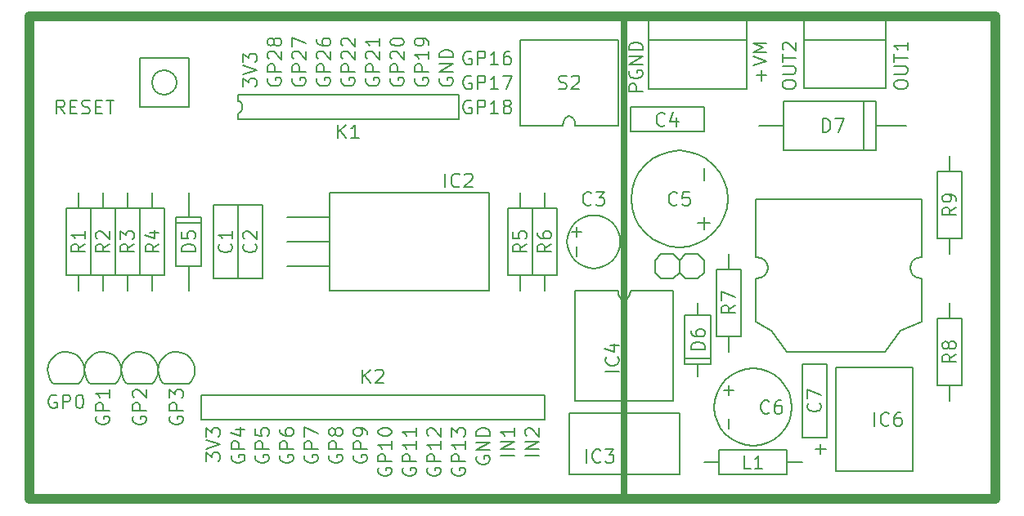
<source format=gto>
%FSLAX24Y24*%
%MOIN*%
%ADD10C,0.0053*%
%ADD11C,0.0069*%
%ADD12C,0.0250*%
%ADD13C,0.0394*%
D10*
G01X30157Y3525D02*
X30130Y3498D01*
X30130Y3498D02*
X30051Y3472D01*
X30051Y3472D02*
X29998Y3472D01*
X29998Y3472D02*
X29919Y3498D01*
X29919Y3498D02*
X29866Y3551D01*
X29866Y3551D02*
X29839Y3604D01*
X29839Y3604D02*
X29813Y3710D01*
X29813Y3710D02*
X29813Y3789D01*
X29813Y3789D02*
X29839Y3895D01*
X29839Y3895D02*
X29866Y3948D01*
X29866Y3948D02*
X29919Y4001D01*
X29919Y4001D02*
X29998Y4027D01*
X29998Y4027D02*
X30051Y4027D01*
X30051Y4027D02*
X30130Y4001D01*
X30130Y4001D02*
X30157Y3974D01*
X30633Y4027D02*
X30527Y4027D01*
X30527Y4027D02*
X30474Y4001D01*
X30474Y4001D02*
X30448Y3974D01*
X30448Y3974D02*
X30395Y3895D01*
X30395Y3895D02*
X30369Y3789D01*
X30369Y3789D02*
X30369Y3578D01*
X30369Y3578D02*
X30395Y3525D01*
X30395Y3525D02*
X30421Y3498D01*
X30421Y3498D02*
X30474Y3472D01*
X30474Y3472D02*
X30580Y3472D01*
X30580Y3472D02*
X30633Y3498D01*
X30633Y3498D02*
X30660Y3525D01*
X30660Y3525D02*
X30686Y3578D01*
X30686Y3578D02*
X30686Y3710D01*
X30686Y3710D02*
X30660Y3763D01*
X30660Y3763D02*
X30633Y3789D01*
X30633Y3789D02*
X30580Y3816D01*
X30580Y3816D02*
X30474Y3816D01*
X30474Y3816D02*
X30421Y3789D01*
X30421Y3789D02*
X30395Y3763D01*
X30395Y3763D02*
X30369Y3710D01*
X26407Y12025D02*
X26380Y11998D01*
X26380Y11998D02*
X26301Y11972D01*
X26301Y11972D02*
X26248Y11972D01*
X26248Y11972D02*
X26169Y11998D01*
X26169Y11998D02*
X26116Y12051D01*
X26116Y12051D02*
X26089Y12104D01*
X26089Y12104D02*
X26063Y12210D01*
X26063Y12210D02*
X26063Y12289D01*
X26063Y12289D02*
X26089Y12395D01*
X26089Y12395D02*
X26116Y12448D01*
X26116Y12448D02*
X26169Y12501D01*
X26169Y12501D02*
X26248Y12527D01*
X26248Y12527D02*
X26301Y12527D01*
X26301Y12527D02*
X26380Y12501D01*
X26380Y12501D02*
X26407Y12474D01*
X26910Y12527D02*
X26645Y12527D01*
X26645Y12527D02*
X26619Y12263D01*
X26619Y12263D02*
X26645Y12289D01*
X26645Y12289D02*
X26698Y12316D01*
X26698Y12316D02*
X26830Y12316D01*
X26830Y12316D02*
X26883Y12289D01*
X26883Y12289D02*
X26910Y12263D01*
X26910Y12263D02*
X26936Y12210D01*
X26936Y12210D02*
X26936Y12078D01*
X26936Y12078D02*
X26910Y12025D01*
X26910Y12025D02*
X26883Y11998D01*
X26883Y11998D02*
X26830Y11972D01*
X26830Y11972D02*
X26698Y11972D01*
X26698Y11972D02*
X26645Y11998D01*
X26645Y11998D02*
X26619Y12025D01*
X25907Y15261D02*
X25880Y15235D01*
X25880Y15235D02*
X25801Y15208D01*
X25801Y15208D02*
X25748Y15208D01*
X25748Y15208D02*
X25669Y15235D01*
X25669Y15235D02*
X25616Y15288D01*
X25616Y15288D02*
X25589Y15341D01*
X25589Y15341D02*
X25563Y15447D01*
X25563Y15447D02*
X25563Y15526D01*
X25563Y15526D02*
X25589Y15632D01*
X25589Y15632D02*
X25616Y15685D01*
X25616Y15685D02*
X25669Y15738D01*
X25669Y15738D02*
X25748Y15764D01*
X25748Y15764D02*
X25801Y15764D01*
X25801Y15764D02*
X25880Y15738D01*
X25880Y15738D02*
X25907Y15711D01*
X26383Y15579D02*
X26383Y15208D01*
X26251Y15791D02*
X26119Y15394D01*
X26119Y15394D02*
X26462Y15394D01*
X20277Y10407D02*
X20013Y10222D01*
X20277Y10089D02*
X19722Y10089D01*
X19722Y10089D02*
X19722Y10301D01*
X19722Y10301D02*
X19748Y10354D01*
X19748Y10354D02*
X19775Y10380D01*
X19775Y10380D02*
X19828Y10407D01*
X19828Y10407D02*
X19907Y10407D01*
X19907Y10407D02*
X19960Y10380D01*
X19960Y10380D02*
X19986Y10354D01*
X19986Y10354D02*
X20013Y10301D01*
X20013Y10301D02*
X20013Y10089D01*
X19722Y10910D02*
X19722Y10645D01*
X19722Y10645D02*
X19986Y10619D01*
X19986Y10619D02*
X19960Y10645D01*
X19960Y10645D02*
X19933Y10698D01*
X19933Y10698D02*
X19933Y10830D01*
X19933Y10830D02*
X19960Y10883D01*
X19960Y10883D02*
X19986Y10910D01*
X19986Y10910D02*
X20039Y10936D01*
X20039Y10936D02*
X20171Y10936D01*
X20171Y10936D02*
X20224Y10910D01*
X20224Y10910D02*
X20251Y10883D01*
X20251Y10883D02*
X20277Y10830D01*
X20277Y10830D02*
X20277Y10698D01*
X20277Y10698D02*
X20251Y10645D01*
X20251Y10645D02*
X20224Y10619D01*
X21277Y10407D02*
X21013Y10222D01*
X21277Y10089D02*
X20722Y10089D01*
X20722Y10089D02*
X20722Y10301D01*
X20722Y10301D02*
X20748Y10354D01*
X20748Y10354D02*
X20775Y10380D01*
X20775Y10380D02*
X20828Y10407D01*
X20828Y10407D02*
X20907Y10407D01*
X20907Y10407D02*
X20960Y10380D01*
X20960Y10380D02*
X20986Y10354D01*
X20986Y10354D02*
X21013Y10301D01*
X21013Y10301D02*
X21013Y10089D01*
X20722Y10883D02*
X20722Y10777D01*
X20722Y10777D02*
X20748Y10724D01*
X20748Y10724D02*
X20775Y10698D01*
X20775Y10698D02*
X20854Y10645D01*
X20854Y10645D02*
X20960Y10619D01*
X20960Y10619D02*
X21171Y10619D01*
X21171Y10619D02*
X21224Y10645D01*
X21224Y10645D02*
X21251Y10671D01*
X21251Y10671D02*
X21277Y10724D01*
X21277Y10724D02*
X21277Y10830D01*
X21277Y10830D02*
X21251Y10883D01*
X21251Y10883D02*
X21224Y10910D01*
X21224Y10910D02*
X21171Y10936D01*
X21171Y10936D02*
X21039Y10936D01*
X21039Y10936D02*
X20986Y10910D01*
X20986Y10910D02*
X20960Y10883D01*
X20960Y10883D02*
X20933Y10830D01*
X20933Y10830D02*
X20933Y10724D01*
X20933Y10724D02*
X20960Y10671D01*
X20960Y10671D02*
X20986Y10645D01*
X20986Y10645D02*
X21039Y10619D01*
X24041Y5207D02*
X23485Y5207D01*
X23988Y5789D02*
X24014Y5763D01*
X24014Y5763D02*
X24041Y5683D01*
X24041Y5683D02*
X24041Y5630D01*
X24041Y5630D02*
X24014Y5551D01*
X24014Y5551D02*
X23961Y5498D01*
X23961Y5498D02*
X23908Y5472D01*
X23908Y5472D02*
X23802Y5445D01*
X23802Y5445D02*
X23723Y5445D01*
X23723Y5445D02*
X23617Y5472D01*
X23617Y5472D02*
X23564Y5498D01*
X23564Y5498D02*
X23511Y5551D01*
X23511Y5551D02*
X23485Y5630D01*
X23485Y5630D02*
X23485Y5683D01*
X23485Y5683D02*
X23511Y5763D01*
X23511Y5763D02*
X23538Y5789D01*
X23670Y6265D02*
X24041Y6265D01*
X23458Y6133D02*
X23855Y6001D01*
X23855Y6001D02*
X23855Y6345D01*
X37777Y11907D02*
X37513Y11722D01*
X37777Y11589D02*
X37222Y11589D01*
X37222Y11589D02*
X37222Y11801D01*
X37222Y11801D02*
X37248Y11854D01*
X37248Y11854D02*
X37275Y11880D01*
X37275Y11880D02*
X37328Y11907D01*
X37328Y11907D02*
X37407Y11907D01*
X37407Y11907D02*
X37460Y11880D01*
X37460Y11880D02*
X37486Y11854D01*
X37486Y11854D02*
X37513Y11801D01*
X37513Y11801D02*
X37513Y11589D01*
X37777Y12171D02*
X37777Y12277D01*
X37777Y12277D02*
X37751Y12330D01*
X37751Y12330D02*
X37724Y12357D01*
X37724Y12357D02*
X37645Y12410D01*
X37645Y12410D02*
X37539Y12436D01*
X37539Y12436D02*
X37328Y12436D01*
X37328Y12436D02*
X37275Y12410D01*
X37275Y12410D02*
X37248Y12383D01*
X37248Y12383D02*
X37222Y12330D01*
X37222Y12330D02*
X37222Y12224D01*
X37222Y12224D02*
X37248Y12171D01*
X37248Y12171D02*
X37275Y12145D01*
X37275Y12145D02*
X37328Y12119D01*
X37328Y12119D02*
X37460Y12119D01*
X37460Y12119D02*
X37513Y12145D01*
X37513Y12145D02*
X37539Y12171D01*
X37539Y12171D02*
X37566Y12224D01*
X37566Y12224D02*
X37566Y12330D01*
X37566Y12330D02*
X37539Y12383D01*
X37539Y12383D02*
X37513Y12410D01*
X37513Y12410D02*
X37460Y12436D01*
X37777Y5907D02*
X37513Y5722D01*
X37777Y5589D02*
X37222Y5589D01*
X37222Y5589D02*
X37222Y5801D01*
X37222Y5801D02*
X37248Y5854D01*
X37248Y5854D02*
X37275Y5880D01*
X37275Y5880D02*
X37328Y5907D01*
X37328Y5907D02*
X37407Y5907D01*
X37407Y5907D02*
X37460Y5880D01*
X37460Y5880D02*
X37486Y5854D01*
X37486Y5854D02*
X37513Y5801D01*
X37513Y5801D02*
X37513Y5589D01*
X37460Y6224D02*
X37433Y6171D01*
X37433Y6171D02*
X37407Y6145D01*
X37407Y6145D02*
X37354Y6119D01*
X37354Y6119D02*
X37328Y6119D01*
X37328Y6119D02*
X37275Y6145D01*
X37275Y6145D02*
X37248Y6171D01*
X37248Y6171D02*
X37222Y6224D01*
X37222Y6224D02*
X37222Y6330D01*
X37222Y6330D02*
X37248Y6383D01*
X37248Y6383D02*
X37275Y6410D01*
X37275Y6410D02*
X37328Y6436D01*
X37328Y6436D02*
X37354Y6436D01*
X37354Y6436D02*
X37407Y6410D01*
X37407Y6410D02*
X37433Y6383D01*
X37433Y6383D02*
X37460Y6330D01*
X37460Y6330D02*
X37460Y6224D01*
X37460Y6224D02*
X37486Y6171D01*
X37486Y6171D02*
X37513Y6145D01*
X37513Y6145D02*
X37566Y6119D01*
X37566Y6119D02*
X37671Y6119D01*
X37671Y6119D02*
X37724Y6145D01*
X37724Y6145D02*
X37751Y6171D01*
X37751Y6171D02*
X37777Y6224D01*
X37777Y6224D02*
X37777Y6330D01*
X37777Y6330D02*
X37751Y6383D01*
X37751Y6383D02*
X37724Y6410D01*
X37724Y6410D02*
X37671Y6436D01*
X37671Y6436D02*
X37566Y6436D01*
X37566Y6436D02*
X37513Y6410D01*
X37513Y6410D02*
X37486Y6383D01*
X37486Y6383D02*
X37460Y6330D01*
X22707Y1472D02*
X22707Y2027D01*
X23289Y1525D02*
X23263Y1498D01*
X23263Y1498D02*
X23183Y1472D01*
X23183Y1472D02*
X23130Y1472D01*
X23130Y1472D02*
X23051Y1498D01*
X23051Y1498D02*
X22998Y1551D01*
X22998Y1551D02*
X22972Y1604D01*
X22972Y1604D02*
X22945Y1710D01*
X22945Y1710D02*
X22945Y1789D01*
X22945Y1789D02*
X22972Y1895D01*
X22972Y1895D02*
X22998Y1948D01*
X22998Y1948D02*
X23051Y2001D01*
X23051Y2001D02*
X23130Y2027D01*
X23130Y2027D02*
X23183Y2027D01*
X23183Y2027D02*
X23263Y2001D01*
X23263Y2001D02*
X23289Y1974D01*
X23474Y2027D02*
X23818Y2027D01*
X23818Y2027D02*
X23633Y1816D01*
X23633Y1816D02*
X23712Y1816D01*
X23712Y1816D02*
X23765Y1789D01*
X23765Y1789D02*
X23792Y1763D01*
X23792Y1763D02*
X23818Y1710D01*
X23818Y1710D02*
X23818Y1578D01*
X23818Y1578D02*
X23792Y1525D01*
X23792Y1525D02*
X23765Y1498D01*
X23765Y1498D02*
X23712Y1472D01*
X23712Y1472D02*
X23554Y1472D01*
X23554Y1472D02*
X23501Y1498D01*
X23501Y1498D02*
X23474Y1525D01*
X32224Y3907D02*
X32251Y3880D01*
X32251Y3880D02*
X32277Y3801D01*
X32277Y3801D02*
X32277Y3748D01*
X32277Y3748D02*
X32251Y3669D01*
X32251Y3669D02*
X32198Y3616D01*
X32198Y3616D02*
X32145Y3589D01*
X32145Y3589D02*
X32039Y3563D01*
X32039Y3563D02*
X31960Y3563D01*
X31960Y3563D02*
X31854Y3589D01*
X31854Y3589D02*
X31801Y3616D01*
X31801Y3616D02*
X31748Y3669D01*
X31748Y3669D02*
X31722Y3748D01*
X31722Y3748D02*
X31722Y3801D01*
X31722Y3801D02*
X31748Y3880D01*
X31748Y3880D02*
X31775Y3907D01*
X31722Y4092D02*
X31722Y4462D01*
X31722Y4462D02*
X32277Y4224D01*
X34457Y2972D02*
X34457Y3527D01*
X35039Y3025D02*
X35013Y2998D01*
X35013Y2998D02*
X34933Y2972D01*
X34933Y2972D02*
X34880Y2972D01*
X34880Y2972D02*
X34801Y2998D01*
X34801Y2998D02*
X34748Y3051D01*
X34748Y3051D02*
X34722Y3104D01*
X34722Y3104D02*
X34695Y3210D01*
X34695Y3210D02*
X34695Y3289D01*
X34695Y3289D02*
X34722Y3395D01*
X34722Y3395D02*
X34748Y3448D01*
X34748Y3448D02*
X34801Y3501D01*
X34801Y3501D02*
X34880Y3527D01*
X34880Y3527D02*
X34933Y3527D01*
X34933Y3527D02*
X35013Y3501D01*
X35013Y3501D02*
X35039Y3474D01*
X35515Y3527D02*
X35410Y3527D01*
X35410Y3527D02*
X35357Y3501D01*
X35357Y3501D02*
X35330Y3474D01*
X35330Y3474D02*
X35277Y3395D01*
X35277Y3395D02*
X35251Y3289D01*
X35251Y3289D02*
X35251Y3078D01*
X35251Y3078D02*
X35277Y3025D01*
X35277Y3025D02*
X35304Y2998D01*
X35304Y2998D02*
X35357Y2972D01*
X35357Y2972D02*
X35462Y2972D01*
X35462Y2972D02*
X35515Y2998D01*
X35515Y2998D02*
X35542Y3025D01*
X35542Y3025D02*
X35568Y3078D01*
X35568Y3078D02*
X35568Y3210D01*
X35568Y3210D02*
X35542Y3263D01*
X35542Y3263D02*
X35515Y3289D01*
X35515Y3289D02*
X35462Y3316D01*
X35462Y3316D02*
X35357Y3316D01*
X35357Y3316D02*
X35304Y3289D01*
X35304Y3289D02*
X35277Y3263D01*
X35277Y3263D02*
X35251Y3210D01*
X32339Y14972D02*
X32339Y15527D01*
X32339Y15527D02*
X32472Y15527D01*
X32472Y15527D02*
X32551Y15501D01*
X32551Y15501D02*
X32604Y15448D01*
X32604Y15448D02*
X32630Y15395D01*
X32630Y15395D02*
X32657Y15289D01*
X32657Y15289D02*
X32657Y15210D01*
X32657Y15210D02*
X32630Y15104D01*
X32630Y15104D02*
X32604Y15051D01*
X32604Y15051D02*
X32551Y14998D01*
X32551Y14998D02*
X32472Y14972D01*
X32472Y14972D02*
X32339Y14972D01*
X32842Y15527D02*
X33212Y15527D01*
X33212Y15527D02*
X32974Y14972D01*
X6777Y10089D02*
X6222Y10089D01*
X6222Y10089D02*
X6222Y10222D01*
X6222Y10222D02*
X6248Y10301D01*
X6248Y10301D02*
X6301Y10354D01*
X6301Y10354D02*
X6354Y10380D01*
X6354Y10380D02*
X6460Y10407D01*
X6460Y10407D02*
X6539Y10407D01*
X6539Y10407D02*
X6645Y10380D01*
X6645Y10380D02*
X6698Y10354D01*
X6698Y10354D02*
X6751Y10301D01*
X6751Y10301D02*
X6777Y10222D01*
X6777Y10222D02*
X6777Y10089D01*
X6222Y10910D02*
X6222Y10645D01*
X6222Y10645D02*
X6486Y10619D01*
X6486Y10619D02*
X6460Y10645D01*
X6460Y10645D02*
X6433Y10698D01*
X6433Y10698D02*
X6433Y10830D01*
X6433Y10830D02*
X6460Y10883D01*
X6460Y10883D02*
X6486Y10910D01*
X6486Y10910D02*
X6539Y10936D01*
X6539Y10936D02*
X6671Y10936D01*
X6671Y10936D02*
X6724Y10910D01*
X6724Y10910D02*
X6751Y10883D01*
X6751Y10883D02*
X6777Y10830D01*
X6777Y10830D02*
X6777Y10698D01*
X6777Y10698D02*
X6751Y10645D01*
X6751Y10645D02*
X6724Y10619D01*
X2277Y10407D02*
X2013Y10222D01*
X2277Y10089D02*
X1722Y10089D01*
X1722Y10089D02*
X1722Y10301D01*
X1722Y10301D02*
X1748Y10354D01*
X1748Y10354D02*
X1775Y10380D01*
X1775Y10380D02*
X1828Y10407D01*
X1828Y10407D02*
X1907Y10407D01*
X1907Y10407D02*
X1960Y10380D01*
X1960Y10380D02*
X1986Y10354D01*
X1986Y10354D02*
X2013Y10301D01*
X2013Y10301D02*
X2013Y10089D01*
X2277Y10936D02*
X2277Y10619D01*
X2277Y10777D02*
X1722Y10777D01*
X1722Y10777D02*
X1801Y10724D01*
X1801Y10724D02*
X1854Y10671D01*
X1854Y10671D02*
X1880Y10619D01*
X3277Y10407D02*
X3013Y10222D01*
X3277Y10089D02*
X2722Y10089D01*
X2722Y10089D02*
X2722Y10301D01*
X2722Y10301D02*
X2748Y10354D01*
X2748Y10354D02*
X2775Y10380D01*
X2775Y10380D02*
X2828Y10407D01*
X2828Y10407D02*
X2907Y10407D01*
X2907Y10407D02*
X2960Y10380D01*
X2960Y10380D02*
X2986Y10354D01*
X2986Y10354D02*
X3013Y10301D01*
X3013Y10301D02*
X3013Y10089D01*
X2775Y10619D02*
X2748Y10645D01*
X2748Y10645D02*
X2722Y10698D01*
X2722Y10698D02*
X2722Y10830D01*
X2722Y10830D02*
X2748Y10883D01*
X2748Y10883D02*
X2775Y10910D01*
X2775Y10910D02*
X2828Y10936D01*
X2828Y10936D02*
X2880Y10936D01*
X2880Y10936D02*
X2960Y10910D01*
X2960Y10910D02*
X3277Y10592D01*
X3277Y10592D02*
X3277Y10936D01*
X4277Y10407D02*
X4013Y10222D01*
X4277Y10089D02*
X3722Y10089D01*
X3722Y10089D02*
X3722Y10301D01*
X3722Y10301D02*
X3748Y10354D01*
X3748Y10354D02*
X3775Y10380D01*
X3775Y10380D02*
X3828Y10407D01*
X3828Y10407D02*
X3907Y10407D01*
X3907Y10407D02*
X3960Y10380D01*
X3960Y10380D02*
X3986Y10354D01*
X3986Y10354D02*
X4013Y10301D01*
X4013Y10301D02*
X4013Y10089D01*
X3722Y10592D02*
X3722Y10936D01*
X3722Y10936D02*
X3933Y10751D01*
X3933Y10751D02*
X3933Y10830D01*
X3933Y10830D02*
X3960Y10883D01*
X3960Y10883D02*
X3986Y10910D01*
X3986Y10910D02*
X4039Y10936D01*
X4039Y10936D02*
X4171Y10936D01*
X4171Y10936D02*
X4224Y10910D01*
X4224Y10910D02*
X4251Y10883D01*
X4251Y10883D02*
X4277Y10830D01*
X4277Y10830D02*
X4277Y10671D01*
X4277Y10671D02*
X4251Y10619D01*
X4251Y10619D02*
X4224Y10592D01*
X5291Y10407D02*
X5026Y10222D01*
X5291Y10089D02*
X4735Y10089D01*
X4735Y10089D02*
X4735Y10301D01*
X4735Y10301D02*
X4761Y10354D01*
X4761Y10354D02*
X4788Y10380D01*
X4788Y10380D02*
X4841Y10407D01*
X4841Y10407D02*
X4920Y10407D01*
X4920Y10407D02*
X4973Y10380D01*
X4973Y10380D02*
X5000Y10354D01*
X5000Y10354D02*
X5026Y10301D01*
X5026Y10301D02*
X5026Y10089D01*
X4920Y10883D02*
X5291Y10883D01*
X4708Y10751D02*
X5105Y10619D01*
X5105Y10619D02*
X5105Y10962D01*
X12589Y14722D02*
X12589Y15277D01*
X12907Y14722D02*
X12669Y15039D01*
X12907Y15277D02*
X12589Y14960D01*
X13436Y14722D02*
X13119Y14722D01*
X13277Y14722D02*
X13277Y15277D01*
X13277Y15277D02*
X13224Y15198D01*
X13224Y15198D02*
X13171Y15145D01*
X13171Y15145D02*
X13119Y15119D01*
X21576Y16748D02*
X21656Y16722D01*
X21656Y16722D02*
X21788Y16722D01*
X21788Y16722D02*
X21841Y16748D01*
X21841Y16748D02*
X21867Y16775D01*
X21867Y16775D02*
X21894Y16828D01*
X21894Y16828D02*
X21894Y16880D01*
X21894Y16880D02*
X21867Y16933D01*
X21867Y16933D02*
X21841Y16960D01*
X21841Y16960D02*
X21788Y16986D01*
X21788Y16986D02*
X21682Y17013D01*
X21682Y17013D02*
X21629Y17039D01*
X21629Y17039D02*
X21603Y17066D01*
X21603Y17066D02*
X21576Y17119D01*
X21576Y17119D02*
X21576Y17171D01*
X21576Y17171D02*
X21603Y17224D01*
X21603Y17224D02*
X21629Y17251D01*
X21629Y17251D02*
X21682Y17277D01*
X21682Y17277D02*
X21814Y17277D01*
X21814Y17277D02*
X21894Y17251D01*
X22105Y17224D02*
X22132Y17251D01*
X22132Y17251D02*
X22185Y17277D01*
X22185Y17277D02*
X22317Y17277D01*
X22317Y17277D02*
X22370Y17251D01*
X22370Y17251D02*
X22396Y17224D01*
X22396Y17224D02*
X22423Y17171D01*
X22423Y17171D02*
X22423Y17119D01*
X22423Y17119D02*
X22396Y17039D01*
X22396Y17039D02*
X22079Y16722D01*
X22079Y16722D02*
X22423Y16722D01*
X16957Y12722D02*
X16957Y13277D01*
X17539Y12775D02*
X17513Y12748D01*
X17513Y12748D02*
X17433Y12722D01*
X17433Y12722D02*
X17380Y12722D01*
X17380Y12722D02*
X17301Y12748D01*
X17301Y12748D02*
X17248Y12801D01*
X17248Y12801D02*
X17222Y12854D01*
X17222Y12854D02*
X17195Y12960D01*
X17195Y12960D02*
X17195Y13039D01*
X17195Y13039D02*
X17222Y13145D01*
X17222Y13145D02*
X17248Y13198D01*
X17248Y13198D02*
X17301Y13251D01*
X17301Y13251D02*
X17380Y13277D01*
X17380Y13277D02*
X17433Y13277D01*
X17433Y13277D02*
X17513Y13251D01*
X17513Y13251D02*
X17539Y13224D01*
X17751Y13224D02*
X17777Y13251D01*
X17777Y13251D02*
X17830Y13277D01*
X17830Y13277D02*
X17962Y13277D01*
X17962Y13277D02*
X18015Y13251D01*
X18015Y13251D02*
X18042Y13224D01*
X18042Y13224D02*
X18068Y13171D01*
X18068Y13171D02*
X18068Y13119D01*
X18068Y13119D02*
X18042Y13039D01*
X18042Y13039D02*
X17724Y12722D01*
X17724Y12722D02*
X18068Y12722D01*
X13589Y4722D02*
X13589Y5277D01*
X13907Y4722D02*
X13669Y5039D01*
X13907Y5277D02*
X13589Y4960D01*
X14119Y5224D02*
X14145Y5251D01*
X14145Y5251D02*
X14198Y5277D01*
X14198Y5277D02*
X14330Y5277D01*
X14330Y5277D02*
X14383Y5251D01*
X14383Y5251D02*
X14410Y5224D01*
X14410Y5224D02*
X14436Y5171D01*
X14436Y5171D02*
X14436Y5119D01*
X14436Y5119D02*
X14410Y5039D01*
X14410Y5039D02*
X14092Y4722D01*
X14092Y4722D02*
X14436Y4722D01*
X9224Y10407D02*
X9251Y10380D01*
X9251Y10380D02*
X9277Y10301D01*
X9277Y10301D02*
X9277Y10248D01*
X9277Y10248D02*
X9251Y10169D01*
X9251Y10169D02*
X9198Y10116D01*
X9198Y10116D02*
X9145Y10089D01*
X9145Y10089D02*
X9039Y10063D01*
X9039Y10063D02*
X8960Y10063D01*
X8960Y10063D02*
X8854Y10089D01*
X8854Y10089D02*
X8801Y10116D01*
X8801Y10116D02*
X8748Y10169D01*
X8748Y10169D02*
X8722Y10248D01*
X8722Y10248D02*
X8722Y10301D01*
X8722Y10301D02*
X8748Y10380D01*
X8748Y10380D02*
X8775Y10407D01*
X8775Y10619D02*
X8748Y10645D01*
X8748Y10645D02*
X8722Y10698D01*
X8722Y10698D02*
X8722Y10830D01*
X8722Y10830D02*
X8748Y10883D01*
X8748Y10883D02*
X8775Y10910D01*
X8775Y10910D02*
X8828Y10936D01*
X8828Y10936D02*
X8880Y10936D01*
X8880Y10936D02*
X8960Y10910D01*
X8960Y10910D02*
X9277Y10592D01*
X9277Y10592D02*
X9277Y10936D01*
X8224Y10407D02*
X8251Y10380D01*
X8251Y10380D02*
X8277Y10301D01*
X8277Y10301D02*
X8277Y10248D01*
X8277Y10248D02*
X8251Y10169D01*
X8251Y10169D02*
X8198Y10116D01*
X8198Y10116D02*
X8145Y10089D01*
X8145Y10089D02*
X8039Y10063D01*
X8039Y10063D02*
X7960Y10063D01*
X7960Y10063D02*
X7854Y10089D01*
X7854Y10089D02*
X7801Y10116D01*
X7801Y10116D02*
X7748Y10169D01*
X7748Y10169D02*
X7722Y10248D01*
X7722Y10248D02*
X7722Y10301D01*
X7722Y10301D02*
X7748Y10380D01*
X7748Y10380D02*
X7775Y10407D01*
X8277Y10936D02*
X8277Y10619D01*
X8277Y10777D02*
X7722Y10777D01*
X7722Y10777D02*
X7801Y10724D01*
X7801Y10724D02*
X7854Y10671D01*
X7854Y10671D02*
X7880Y10619D01*
X22907Y12025D02*
X22880Y11998D01*
X22880Y11998D02*
X22801Y11972D01*
X22801Y11972D02*
X22748Y11972D01*
X22748Y11972D02*
X22669Y11998D01*
X22669Y11998D02*
X22616Y12051D01*
X22616Y12051D02*
X22589Y12104D01*
X22589Y12104D02*
X22563Y12210D01*
X22563Y12210D02*
X22563Y12289D01*
X22563Y12289D02*
X22589Y12395D01*
X22589Y12395D02*
X22616Y12448D01*
X22616Y12448D02*
X22669Y12501D01*
X22669Y12501D02*
X22748Y12527D01*
X22748Y12527D02*
X22801Y12527D01*
X22801Y12527D02*
X22880Y12501D01*
X22880Y12501D02*
X22907Y12474D01*
X23092Y12527D02*
X23436Y12527D01*
X23436Y12527D02*
X23251Y12316D01*
X23251Y12316D02*
X23330Y12316D01*
X23330Y12316D02*
X23383Y12289D01*
X23383Y12289D02*
X23410Y12263D01*
X23410Y12263D02*
X23436Y12210D01*
X23436Y12210D02*
X23436Y12078D01*
X23436Y12078D02*
X23410Y12025D01*
X23410Y12025D02*
X23383Y11998D01*
X23383Y11998D02*
X23330Y11972D01*
X23330Y11972D02*
X23171Y11972D01*
X23171Y11972D02*
X23119Y11998D01*
X23119Y11998D02*
X23092Y12025D01*
X28777Y7907D02*
X28513Y7722D01*
X28777Y7589D02*
X28222Y7589D01*
X28222Y7589D02*
X28222Y7801D01*
X28222Y7801D02*
X28248Y7854D01*
X28248Y7854D02*
X28275Y7880D01*
X28275Y7880D02*
X28328Y7907D01*
X28328Y7907D02*
X28407Y7907D01*
X28407Y7907D02*
X28460Y7880D01*
X28460Y7880D02*
X28486Y7854D01*
X28486Y7854D02*
X28513Y7801D01*
X28513Y7801D02*
X28513Y7589D01*
X28222Y8092D02*
X28222Y8462D01*
X28222Y8462D02*
X28777Y8224D01*
X27527Y6089D02*
X26972Y6089D01*
X26972Y6089D02*
X26972Y6222D01*
X26972Y6222D02*
X26998Y6301D01*
X26998Y6301D02*
X27051Y6354D01*
X27051Y6354D02*
X27104Y6380D01*
X27104Y6380D02*
X27210Y6407D01*
X27210Y6407D02*
X27289Y6407D01*
X27289Y6407D02*
X27395Y6380D01*
X27395Y6380D02*
X27448Y6354D01*
X27448Y6354D02*
X27501Y6301D01*
X27501Y6301D02*
X27527Y6222D01*
X27527Y6222D02*
X27527Y6089D01*
X26972Y6883D02*
X26972Y6777D01*
X26972Y6777D02*
X26998Y6724D01*
X26998Y6724D02*
X27025Y6698D01*
X27025Y6698D02*
X27104Y6645D01*
X27104Y6645D02*
X27210Y6619D01*
X27210Y6619D02*
X27421Y6619D01*
X27421Y6619D02*
X27474Y6645D01*
X27474Y6645D02*
X27501Y6671D01*
X27501Y6671D02*
X27527Y6724D01*
X27527Y6724D02*
X27527Y6830D01*
X27527Y6830D02*
X27501Y6883D01*
X27501Y6883D02*
X27474Y6910D01*
X27474Y6910D02*
X27421Y6936D01*
X27421Y6936D02*
X27289Y6936D01*
X27289Y6936D02*
X27236Y6910D01*
X27236Y6910D02*
X27210Y6883D01*
X27210Y6883D02*
X27183Y6830D01*
X27183Y6830D02*
X27183Y6724D01*
X27183Y6724D02*
X27210Y6671D01*
X27210Y6671D02*
X27236Y6645D01*
X27236Y6645D02*
X27289Y6619D01*
X29407Y1222D02*
X29142Y1222D01*
X29142Y1222D02*
X29142Y1777D01*
X29883Y1222D02*
X29566Y1222D01*
X29724Y1222D02*
X29724Y1777D01*
X29724Y1777D02*
X29671Y1698D01*
X29671Y1698D02*
X29619Y1645D01*
X29619Y1645D02*
X29566Y1619D01*
X1443Y15722D02*
X1257Y15986D01*
X1125Y15722D02*
X1125Y16277D01*
X1125Y16277D02*
X1337Y16277D01*
X1337Y16277D02*
X1390Y16251D01*
X1390Y16251D02*
X1416Y16224D01*
X1416Y16224D02*
X1443Y16171D01*
X1443Y16171D02*
X1443Y16092D01*
X1443Y16092D02*
X1416Y16039D01*
X1416Y16039D02*
X1390Y16013D01*
X1390Y16013D02*
X1337Y15986D01*
X1337Y15986D02*
X1125Y15986D01*
X1681Y16013D02*
X1866Y16013D01*
X1945Y15722D02*
X1681Y15722D01*
X1681Y15722D02*
X1681Y16277D01*
X1681Y16277D02*
X1945Y16277D01*
X2157Y15748D02*
X2236Y15722D01*
X2236Y15722D02*
X2369Y15722D01*
X2369Y15722D02*
X2421Y15748D01*
X2421Y15748D02*
X2448Y15775D01*
X2448Y15775D02*
X2474Y15828D01*
X2474Y15828D02*
X2474Y15880D01*
X2474Y15880D02*
X2448Y15933D01*
X2448Y15933D02*
X2421Y15960D01*
X2421Y15960D02*
X2369Y15986D01*
X2369Y15986D02*
X2263Y16013D01*
X2263Y16013D02*
X2210Y16039D01*
X2210Y16039D02*
X2183Y16066D01*
X2183Y16066D02*
X2157Y16119D01*
X2157Y16119D02*
X2157Y16171D01*
X2157Y16171D02*
X2183Y16224D01*
X2183Y16224D02*
X2210Y16251D01*
X2210Y16251D02*
X2263Y16277D01*
X2263Y16277D02*
X2395Y16277D01*
X2395Y16277D02*
X2474Y16251D01*
X2712Y16013D02*
X2898Y16013D01*
X2977Y15722D02*
X2712Y15722D01*
X2712Y15722D02*
X2712Y16277D01*
X2712Y16277D02*
X2977Y16277D01*
X3136Y16277D02*
X3453Y16277D01*
X3294Y15722D02*
X3294Y16277D01*
X5748Y3353D02*
X5722Y3300D01*
X5722Y3300D02*
X5722Y3220D01*
X5722Y3220D02*
X5748Y3141D01*
X5748Y3141D02*
X5801Y3088D01*
X5801Y3088D02*
X5854Y3062D01*
X5854Y3062D02*
X5960Y3035D01*
X5960Y3035D02*
X6039Y3035D01*
X6039Y3035D02*
X6145Y3062D01*
X6145Y3062D02*
X6198Y3088D01*
X6198Y3088D02*
X6251Y3141D01*
X6251Y3141D02*
X6277Y3220D01*
X6277Y3220D02*
X6277Y3273D01*
X6277Y3273D02*
X6251Y3353D01*
X6251Y3353D02*
X6224Y3379D01*
X6224Y3379D02*
X6039Y3379D01*
X6039Y3379D02*
X6039Y3273D01*
X6277Y3617D02*
X5722Y3617D01*
X5722Y3617D02*
X5722Y3829D01*
X5722Y3829D02*
X5748Y3882D01*
X5748Y3882D02*
X5775Y3908D01*
X5775Y3908D02*
X5828Y3935D01*
X5828Y3935D02*
X5907Y3935D01*
X5907Y3935D02*
X5960Y3908D01*
X5960Y3908D02*
X5986Y3882D01*
X5986Y3882D02*
X6013Y3829D01*
X6013Y3829D02*
X6013Y3617D01*
X5722Y4120D02*
X5722Y4464D01*
X5722Y4464D02*
X5933Y4279D01*
X5933Y4279D02*
X5933Y4358D01*
X5933Y4358D02*
X5960Y4411D01*
X5960Y4411D02*
X5986Y4437D01*
X5986Y4437D02*
X6039Y4464D01*
X6039Y4464D02*
X6171Y4464D01*
X6171Y4464D02*
X6224Y4437D01*
X6224Y4437D02*
X6251Y4411D01*
X6251Y4411D02*
X6277Y4358D01*
X6277Y4358D02*
X6277Y4199D01*
X6277Y4199D02*
X6251Y4146D01*
X6251Y4146D02*
X6224Y4120D01*
X4248Y3353D02*
X4222Y3300D01*
X4222Y3300D02*
X4222Y3220D01*
X4222Y3220D02*
X4248Y3141D01*
X4248Y3141D02*
X4301Y3088D01*
X4301Y3088D02*
X4354Y3062D01*
X4354Y3062D02*
X4460Y3035D01*
X4460Y3035D02*
X4539Y3035D01*
X4539Y3035D02*
X4645Y3062D01*
X4645Y3062D02*
X4698Y3088D01*
X4698Y3088D02*
X4751Y3141D01*
X4751Y3141D02*
X4777Y3220D01*
X4777Y3220D02*
X4777Y3273D01*
X4777Y3273D02*
X4751Y3353D01*
X4751Y3353D02*
X4724Y3379D01*
X4724Y3379D02*
X4539Y3379D01*
X4539Y3379D02*
X4539Y3273D01*
X4777Y3617D02*
X4222Y3617D01*
X4222Y3617D02*
X4222Y3829D01*
X4222Y3829D02*
X4248Y3882D01*
X4248Y3882D02*
X4275Y3908D01*
X4275Y3908D02*
X4328Y3935D01*
X4328Y3935D02*
X4407Y3935D01*
X4407Y3935D02*
X4460Y3908D01*
X4460Y3908D02*
X4486Y3882D01*
X4486Y3882D02*
X4513Y3829D01*
X4513Y3829D02*
X4513Y3617D01*
X4275Y4146D02*
X4248Y4173D01*
X4248Y4173D02*
X4222Y4226D01*
X4222Y4226D02*
X4222Y4358D01*
X4222Y4358D02*
X4248Y4411D01*
X4248Y4411D02*
X4275Y4437D01*
X4275Y4437D02*
X4328Y4464D01*
X4328Y4464D02*
X4380Y4464D01*
X4380Y4464D02*
X4460Y4437D01*
X4460Y4437D02*
X4777Y4120D01*
X4777Y4120D02*
X4777Y4464D01*
X2748Y3353D02*
X2722Y3300D01*
X2722Y3300D02*
X2722Y3220D01*
X2722Y3220D02*
X2748Y3141D01*
X2748Y3141D02*
X2801Y3088D01*
X2801Y3088D02*
X2854Y3062D01*
X2854Y3062D02*
X2960Y3035D01*
X2960Y3035D02*
X3039Y3035D01*
X3039Y3035D02*
X3145Y3062D01*
X3145Y3062D02*
X3198Y3088D01*
X3198Y3088D02*
X3251Y3141D01*
X3251Y3141D02*
X3277Y3220D01*
X3277Y3220D02*
X3277Y3273D01*
X3277Y3273D02*
X3251Y3353D01*
X3251Y3353D02*
X3224Y3379D01*
X3224Y3379D02*
X3039Y3379D01*
X3039Y3379D02*
X3039Y3273D01*
X3277Y3617D02*
X2722Y3617D01*
X2722Y3617D02*
X2722Y3829D01*
X2722Y3829D02*
X2748Y3882D01*
X2748Y3882D02*
X2775Y3908D01*
X2775Y3908D02*
X2828Y3935D01*
X2828Y3935D02*
X2907Y3935D01*
X2907Y3935D02*
X2960Y3908D01*
X2960Y3908D02*
X2986Y3882D01*
X2986Y3882D02*
X3013Y3829D01*
X3013Y3829D02*
X3013Y3617D01*
X3277Y4464D02*
X3277Y4146D01*
X3277Y4305D02*
X2722Y4305D01*
X2722Y4305D02*
X2801Y4252D01*
X2801Y4252D02*
X2854Y4199D01*
X2854Y4199D02*
X2880Y4146D01*
X35250Y16871D02*
X35250Y16977D01*
X35250Y16977D02*
X35276Y17030D01*
X35276Y17030D02*
X35329Y17083D01*
X35329Y17083D02*
X35435Y17109D01*
X35435Y17109D02*
X35620Y17109D01*
X35620Y17109D02*
X35726Y17083D01*
X35726Y17083D02*
X35779Y17030D01*
X35779Y17030D02*
X35805Y16977D01*
X35805Y16977D02*
X35805Y16871D01*
X35805Y16871D02*
X35779Y16818D01*
X35779Y16818D02*
X35726Y16765D01*
X35726Y16765D02*
X35620Y16739D01*
X35620Y16739D02*
X35435Y16739D01*
X35435Y16739D02*
X35329Y16765D01*
X35329Y16765D02*
X35276Y16818D01*
X35276Y16818D02*
X35250Y16871D01*
X35250Y17347D02*
X35699Y17347D01*
X35699Y17347D02*
X35752Y17374D01*
X35752Y17374D02*
X35779Y17400D01*
X35779Y17400D02*
X35805Y17453D01*
X35805Y17453D02*
X35805Y17559D01*
X35805Y17559D02*
X35779Y17612D01*
X35779Y17612D02*
X35752Y17638D01*
X35752Y17638D02*
X35699Y17665D01*
X35699Y17665D02*
X35250Y17665D01*
X35250Y17850D02*
X35250Y18167D01*
X35805Y18009D02*
X35250Y18009D01*
X35805Y18644D02*
X35805Y18326D01*
X35805Y18485D02*
X35250Y18485D01*
X35250Y18485D02*
X35329Y18432D01*
X35329Y18432D02*
X35382Y18379D01*
X35382Y18379D02*
X35408Y18326D01*
X30694Y16871D02*
X30694Y16977D01*
X30694Y16977D02*
X30720Y17030D01*
X30720Y17030D02*
X30773Y17083D01*
X30773Y17083D02*
X30879Y17109D01*
X30879Y17109D02*
X31064Y17109D01*
X31064Y17109D02*
X31170Y17083D01*
X31170Y17083D02*
X31223Y17030D01*
X31223Y17030D02*
X31250Y16977D01*
X31250Y16977D02*
X31250Y16871D01*
X31250Y16871D02*
X31223Y16818D01*
X31223Y16818D02*
X31170Y16765D01*
X31170Y16765D02*
X31064Y16739D01*
X31064Y16739D02*
X30879Y16739D01*
X30879Y16739D02*
X30773Y16765D01*
X30773Y16765D02*
X30720Y16818D01*
X30720Y16818D02*
X30694Y16871D01*
X30694Y17347D02*
X31144Y17347D01*
X31144Y17347D02*
X31197Y17374D01*
X31197Y17374D02*
X31223Y17400D01*
X31223Y17400D02*
X31250Y17453D01*
X31250Y17453D02*
X31250Y17559D01*
X31250Y17559D02*
X31223Y17612D01*
X31223Y17612D02*
X31197Y17638D01*
X31197Y17638D02*
X31144Y17665D01*
X31144Y17665D02*
X30694Y17665D01*
X30694Y17850D02*
X30694Y18167D01*
X31250Y18009D02*
X30694Y18009D01*
X30747Y18326D02*
X30720Y18353D01*
X30720Y18353D02*
X30694Y18406D01*
X30694Y18406D02*
X30694Y18538D01*
X30694Y18538D02*
X30720Y18591D01*
X30720Y18591D02*
X30747Y18617D01*
X30747Y18617D02*
X30800Y18644D01*
X30800Y18644D02*
X30853Y18644D01*
X30853Y18644D02*
X30932Y18617D01*
X30932Y18617D02*
X31250Y18300D01*
X31250Y18300D02*
X31250Y18644D01*
X29843Y17083D02*
X29843Y17506D01*
X30055Y17294D02*
X29632Y17294D01*
X29500Y17691D02*
X30055Y17876D01*
X30055Y17876D02*
X29500Y18062D01*
X30055Y18247D02*
X29500Y18247D01*
X29500Y18247D02*
X29896Y18432D01*
X29896Y18432D02*
X29500Y18617D01*
X29500Y18617D02*
X30055Y18617D01*
X25000Y16633D02*
X24444Y16633D01*
X24444Y16633D02*
X24444Y16845D01*
X24444Y16845D02*
X24470Y16898D01*
X24470Y16898D02*
X24497Y16924D01*
X24497Y16924D02*
X24550Y16951D01*
X24550Y16951D02*
X24629Y16951D01*
X24629Y16951D02*
X24682Y16924D01*
X24682Y16924D02*
X24708Y16898D01*
X24708Y16898D02*
X24735Y16845D01*
X24735Y16845D02*
X24735Y16633D01*
X24470Y17480D02*
X24444Y17427D01*
X24444Y17427D02*
X24444Y17347D01*
X24444Y17347D02*
X24470Y17268D01*
X24470Y17268D02*
X24523Y17215D01*
X24523Y17215D02*
X24576Y17189D01*
X24576Y17189D02*
X24682Y17162D01*
X24682Y17162D02*
X24761Y17162D01*
X24761Y17162D02*
X24867Y17189D01*
X24867Y17189D02*
X24920Y17215D01*
X24920Y17215D02*
X24973Y17268D01*
X24973Y17268D02*
X25000Y17347D01*
X25000Y17347D02*
X25000Y17400D01*
X25000Y17400D02*
X24973Y17480D01*
X24973Y17480D02*
X24947Y17506D01*
X24947Y17506D02*
X24761Y17506D01*
X24761Y17506D02*
X24761Y17400D01*
X25000Y17744D02*
X24444Y17744D01*
X24444Y17744D02*
X25000Y18062D01*
X25000Y18062D02*
X24444Y18062D01*
X25000Y18326D02*
X24444Y18326D01*
X24444Y18326D02*
X24444Y18458D01*
X24444Y18458D02*
X24470Y18538D01*
X24470Y18538D02*
X24523Y18591D01*
X24523Y18591D02*
X24576Y18617D01*
X24576Y18617D02*
X24682Y18644D01*
X24682Y18644D02*
X24761Y18644D01*
X24761Y18644D02*
X24867Y18617D01*
X24867Y18617D02*
X24920Y18591D01*
X24920Y18591D02*
X24973Y18538D01*
X24973Y18538D02*
X25000Y18458D01*
X25000Y18458D02*
X25000Y18326D01*
X8722Y16829D02*
X8722Y17173D01*
X8722Y17173D02*
X8933Y16988D01*
X8933Y16988D02*
X8933Y17067D01*
X8933Y17067D02*
X8960Y17120D01*
X8960Y17120D02*
X8986Y17146D01*
X8986Y17146D02*
X9039Y17173D01*
X9039Y17173D02*
X9171Y17173D01*
X9171Y17173D02*
X9224Y17146D01*
X9224Y17146D02*
X9251Y17120D01*
X9251Y17120D02*
X9277Y17067D01*
X9277Y17067D02*
X9277Y16908D01*
X9277Y16908D02*
X9251Y16855D01*
X9251Y16855D02*
X9224Y16829D01*
X8722Y17332D02*
X9277Y17517D01*
X9277Y17517D02*
X8722Y17702D01*
X8722Y17834D02*
X8722Y18178D01*
X8722Y18178D02*
X8933Y17993D01*
X8933Y17993D02*
X8933Y18072D01*
X8933Y18072D02*
X8960Y18125D01*
X8960Y18125D02*
X8986Y18152D01*
X8986Y18152D02*
X9039Y18178D01*
X9039Y18178D02*
X9171Y18178D01*
X9171Y18178D02*
X9224Y18152D01*
X9224Y18152D02*
X9251Y18125D01*
X9251Y18125D02*
X9277Y18072D01*
X9277Y18072D02*
X9277Y17914D01*
X9277Y17914D02*
X9251Y17861D01*
X9251Y17861D02*
X9224Y17834D01*
X9748Y17173D02*
X9722Y17120D01*
X9722Y17120D02*
X9722Y17041D01*
X9722Y17041D02*
X9748Y16961D01*
X9748Y16961D02*
X9801Y16908D01*
X9801Y16908D02*
X9854Y16882D01*
X9854Y16882D02*
X9960Y16855D01*
X9960Y16855D02*
X10039Y16855D01*
X10039Y16855D02*
X10145Y16882D01*
X10145Y16882D02*
X10198Y16908D01*
X10198Y16908D02*
X10251Y16961D01*
X10251Y16961D02*
X10277Y17041D01*
X10277Y17041D02*
X10277Y17093D01*
X10277Y17093D02*
X10251Y17173D01*
X10251Y17173D02*
X10224Y17199D01*
X10224Y17199D02*
X10039Y17199D01*
X10039Y17199D02*
X10039Y17093D01*
X10277Y17437D02*
X9722Y17437D01*
X9722Y17437D02*
X9722Y17649D01*
X9722Y17649D02*
X9748Y17702D01*
X9748Y17702D02*
X9775Y17728D01*
X9775Y17728D02*
X9828Y17755D01*
X9828Y17755D02*
X9907Y17755D01*
X9907Y17755D02*
X9960Y17728D01*
X9960Y17728D02*
X9986Y17702D01*
X9986Y17702D02*
X10013Y17649D01*
X10013Y17649D02*
X10013Y17437D01*
X9775Y17966D02*
X9748Y17993D01*
X9748Y17993D02*
X9722Y18046D01*
X9722Y18046D02*
X9722Y18178D01*
X9722Y18178D02*
X9748Y18231D01*
X9748Y18231D02*
X9775Y18257D01*
X9775Y18257D02*
X9828Y18284D01*
X9828Y18284D02*
X9880Y18284D01*
X9880Y18284D02*
X9960Y18257D01*
X9960Y18257D02*
X10277Y17940D01*
X10277Y17940D02*
X10277Y18284D01*
X9960Y18601D02*
X9933Y18548D01*
X9933Y18548D02*
X9907Y18522D01*
X9907Y18522D02*
X9854Y18496D01*
X9854Y18496D02*
X9828Y18496D01*
X9828Y18496D02*
X9775Y18522D01*
X9775Y18522D02*
X9748Y18548D01*
X9748Y18548D02*
X9722Y18601D01*
X9722Y18601D02*
X9722Y18707D01*
X9722Y18707D02*
X9748Y18760D01*
X9748Y18760D02*
X9775Y18787D01*
X9775Y18787D02*
X9828Y18813D01*
X9828Y18813D02*
X9854Y18813D01*
X9854Y18813D02*
X9907Y18787D01*
X9907Y18787D02*
X9933Y18760D01*
X9933Y18760D02*
X9960Y18707D01*
X9960Y18707D02*
X9960Y18601D01*
X9960Y18601D02*
X9986Y18548D01*
X9986Y18548D02*
X10013Y18522D01*
X10013Y18522D02*
X10066Y18496D01*
X10066Y18496D02*
X10171Y18496D01*
X10171Y18496D02*
X10224Y18522D01*
X10224Y18522D02*
X10251Y18548D01*
X10251Y18548D02*
X10277Y18601D01*
X10277Y18601D02*
X10277Y18707D01*
X10277Y18707D02*
X10251Y18760D01*
X10251Y18760D02*
X10224Y18787D01*
X10224Y18787D02*
X10171Y18813D01*
X10171Y18813D02*
X10066Y18813D01*
X10066Y18813D02*
X10013Y18787D01*
X10013Y18787D02*
X9986Y18760D01*
X9986Y18760D02*
X9960Y18707D01*
X16748Y17173D02*
X16722Y17120D01*
X16722Y17120D02*
X16722Y17041D01*
X16722Y17041D02*
X16748Y16961D01*
X16748Y16961D02*
X16801Y16908D01*
X16801Y16908D02*
X16854Y16882D01*
X16854Y16882D02*
X16960Y16855D01*
X16960Y16855D02*
X17039Y16855D01*
X17039Y16855D02*
X17145Y16882D01*
X17145Y16882D02*
X17198Y16908D01*
X17198Y16908D02*
X17251Y16961D01*
X17251Y16961D02*
X17277Y17041D01*
X17277Y17041D02*
X17277Y17093D01*
X17277Y17093D02*
X17251Y17173D01*
X17251Y17173D02*
X17224Y17199D01*
X17224Y17199D02*
X17039Y17199D01*
X17039Y17199D02*
X17039Y17093D01*
X17277Y17437D02*
X16722Y17437D01*
X16722Y17437D02*
X17277Y17755D01*
X17277Y17755D02*
X16722Y17755D01*
X17277Y18019D02*
X16722Y18019D01*
X16722Y18019D02*
X16722Y18152D01*
X16722Y18152D02*
X16748Y18231D01*
X16748Y18231D02*
X16801Y18284D01*
X16801Y18284D02*
X16854Y18310D01*
X16854Y18310D02*
X16960Y18337D01*
X16960Y18337D02*
X17039Y18337D01*
X17039Y18337D02*
X17145Y18310D01*
X17145Y18310D02*
X17198Y18284D01*
X17198Y18284D02*
X17251Y18231D01*
X17251Y18231D02*
X17277Y18152D01*
X17277Y18152D02*
X17277Y18019D01*
X10748Y17173D02*
X10722Y17120D01*
X10722Y17120D02*
X10722Y17041D01*
X10722Y17041D02*
X10748Y16961D01*
X10748Y16961D02*
X10801Y16908D01*
X10801Y16908D02*
X10854Y16882D01*
X10854Y16882D02*
X10960Y16855D01*
X10960Y16855D02*
X11039Y16855D01*
X11039Y16855D02*
X11145Y16882D01*
X11145Y16882D02*
X11198Y16908D01*
X11198Y16908D02*
X11251Y16961D01*
X11251Y16961D02*
X11277Y17041D01*
X11277Y17041D02*
X11277Y17093D01*
X11277Y17093D02*
X11251Y17173D01*
X11251Y17173D02*
X11224Y17199D01*
X11224Y17199D02*
X11039Y17199D01*
X11039Y17199D02*
X11039Y17093D01*
X11277Y17437D02*
X10722Y17437D01*
X10722Y17437D02*
X10722Y17649D01*
X10722Y17649D02*
X10748Y17702D01*
X10748Y17702D02*
X10775Y17728D01*
X10775Y17728D02*
X10828Y17755D01*
X10828Y17755D02*
X10907Y17755D01*
X10907Y17755D02*
X10960Y17728D01*
X10960Y17728D02*
X10986Y17702D01*
X10986Y17702D02*
X11013Y17649D01*
X11013Y17649D02*
X11013Y17437D01*
X10775Y17966D02*
X10748Y17993D01*
X10748Y17993D02*
X10722Y18046D01*
X10722Y18046D02*
X10722Y18178D01*
X10722Y18178D02*
X10748Y18231D01*
X10748Y18231D02*
X10775Y18257D01*
X10775Y18257D02*
X10828Y18284D01*
X10828Y18284D02*
X10880Y18284D01*
X10880Y18284D02*
X10960Y18257D01*
X10960Y18257D02*
X11277Y17940D01*
X11277Y17940D02*
X11277Y18284D01*
X10722Y18469D02*
X10722Y18839D01*
X10722Y18839D02*
X11277Y18601D01*
X11748Y17173D02*
X11722Y17120D01*
X11722Y17120D02*
X11722Y17041D01*
X11722Y17041D02*
X11748Y16961D01*
X11748Y16961D02*
X11801Y16908D01*
X11801Y16908D02*
X11854Y16882D01*
X11854Y16882D02*
X11960Y16855D01*
X11960Y16855D02*
X12039Y16855D01*
X12039Y16855D02*
X12145Y16882D01*
X12145Y16882D02*
X12198Y16908D01*
X12198Y16908D02*
X12251Y16961D01*
X12251Y16961D02*
X12277Y17041D01*
X12277Y17041D02*
X12277Y17093D01*
X12277Y17093D02*
X12251Y17173D01*
X12251Y17173D02*
X12224Y17199D01*
X12224Y17199D02*
X12039Y17199D01*
X12039Y17199D02*
X12039Y17093D01*
X12277Y17437D02*
X11722Y17437D01*
X11722Y17437D02*
X11722Y17649D01*
X11722Y17649D02*
X11748Y17702D01*
X11748Y17702D02*
X11775Y17728D01*
X11775Y17728D02*
X11828Y17755D01*
X11828Y17755D02*
X11907Y17755D01*
X11907Y17755D02*
X11960Y17728D01*
X11960Y17728D02*
X11986Y17702D01*
X11986Y17702D02*
X12013Y17649D01*
X12013Y17649D02*
X12013Y17437D01*
X11775Y17966D02*
X11748Y17993D01*
X11748Y17993D02*
X11722Y18046D01*
X11722Y18046D02*
X11722Y18178D01*
X11722Y18178D02*
X11748Y18231D01*
X11748Y18231D02*
X11775Y18257D01*
X11775Y18257D02*
X11828Y18284D01*
X11828Y18284D02*
X11880Y18284D01*
X11880Y18284D02*
X11960Y18257D01*
X11960Y18257D02*
X12277Y17940D01*
X12277Y17940D02*
X12277Y18284D01*
X11722Y18760D02*
X11722Y18654D01*
X11722Y18654D02*
X11748Y18601D01*
X11748Y18601D02*
X11775Y18575D01*
X11775Y18575D02*
X11854Y18522D01*
X11854Y18522D02*
X11960Y18496D01*
X11960Y18496D02*
X12171Y18496D01*
X12171Y18496D02*
X12224Y18522D01*
X12224Y18522D02*
X12251Y18548D01*
X12251Y18548D02*
X12277Y18601D01*
X12277Y18601D02*
X12277Y18707D01*
X12277Y18707D02*
X12251Y18760D01*
X12251Y18760D02*
X12224Y18787D01*
X12224Y18787D02*
X12171Y18813D01*
X12171Y18813D02*
X12039Y18813D01*
X12039Y18813D02*
X11986Y18787D01*
X11986Y18787D02*
X11960Y18760D01*
X11960Y18760D02*
X11933Y18707D01*
X11933Y18707D02*
X11933Y18601D01*
X11933Y18601D02*
X11960Y18548D01*
X11960Y18548D02*
X11986Y18522D01*
X11986Y18522D02*
X12039Y18496D01*
X12748Y17173D02*
X12722Y17120D01*
X12722Y17120D02*
X12722Y17041D01*
X12722Y17041D02*
X12748Y16961D01*
X12748Y16961D02*
X12801Y16908D01*
X12801Y16908D02*
X12854Y16882D01*
X12854Y16882D02*
X12960Y16855D01*
X12960Y16855D02*
X13039Y16855D01*
X13039Y16855D02*
X13145Y16882D01*
X13145Y16882D02*
X13198Y16908D01*
X13198Y16908D02*
X13251Y16961D01*
X13251Y16961D02*
X13277Y17041D01*
X13277Y17041D02*
X13277Y17093D01*
X13277Y17093D02*
X13251Y17173D01*
X13251Y17173D02*
X13224Y17199D01*
X13224Y17199D02*
X13039Y17199D01*
X13039Y17199D02*
X13039Y17093D01*
X13277Y17437D02*
X12722Y17437D01*
X12722Y17437D02*
X12722Y17649D01*
X12722Y17649D02*
X12748Y17702D01*
X12748Y17702D02*
X12775Y17728D01*
X12775Y17728D02*
X12828Y17755D01*
X12828Y17755D02*
X12907Y17755D01*
X12907Y17755D02*
X12960Y17728D01*
X12960Y17728D02*
X12986Y17702D01*
X12986Y17702D02*
X13013Y17649D01*
X13013Y17649D02*
X13013Y17437D01*
X12775Y17966D02*
X12748Y17993D01*
X12748Y17993D02*
X12722Y18046D01*
X12722Y18046D02*
X12722Y18178D01*
X12722Y18178D02*
X12748Y18231D01*
X12748Y18231D02*
X12775Y18257D01*
X12775Y18257D02*
X12828Y18284D01*
X12828Y18284D02*
X12880Y18284D01*
X12880Y18284D02*
X12960Y18257D01*
X12960Y18257D02*
X13277Y17940D01*
X13277Y17940D02*
X13277Y18284D01*
X12775Y18496D02*
X12748Y18522D01*
X12748Y18522D02*
X12722Y18575D01*
X12722Y18575D02*
X12722Y18707D01*
X12722Y18707D02*
X12748Y18760D01*
X12748Y18760D02*
X12775Y18787D01*
X12775Y18787D02*
X12828Y18813D01*
X12828Y18813D02*
X12880Y18813D01*
X12880Y18813D02*
X12960Y18787D01*
X12960Y18787D02*
X13277Y18469D01*
X13277Y18469D02*
X13277Y18813D01*
X13748Y17173D02*
X13722Y17120D01*
X13722Y17120D02*
X13722Y17041D01*
X13722Y17041D02*
X13748Y16961D01*
X13748Y16961D02*
X13801Y16908D01*
X13801Y16908D02*
X13854Y16882D01*
X13854Y16882D02*
X13960Y16855D01*
X13960Y16855D02*
X14039Y16855D01*
X14039Y16855D02*
X14145Y16882D01*
X14145Y16882D02*
X14198Y16908D01*
X14198Y16908D02*
X14251Y16961D01*
X14251Y16961D02*
X14277Y17041D01*
X14277Y17041D02*
X14277Y17093D01*
X14277Y17093D02*
X14251Y17173D01*
X14251Y17173D02*
X14224Y17199D01*
X14224Y17199D02*
X14039Y17199D01*
X14039Y17199D02*
X14039Y17093D01*
X14277Y17437D02*
X13722Y17437D01*
X13722Y17437D02*
X13722Y17649D01*
X13722Y17649D02*
X13748Y17702D01*
X13748Y17702D02*
X13775Y17728D01*
X13775Y17728D02*
X13828Y17755D01*
X13828Y17755D02*
X13907Y17755D01*
X13907Y17755D02*
X13960Y17728D01*
X13960Y17728D02*
X13986Y17702D01*
X13986Y17702D02*
X14013Y17649D01*
X14013Y17649D02*
X14013Y17437D01*
X13775Y17966D02*
X13748Y17993D01*
X13748Y17993D02*
X13722Y18046D01*
X13722Y18046D02*
X13722Y18178D01*
X13722Y18178D02*
X13748Y18231D01*
X13748Y18231D02*
X13775Y18257D01*
X13775Y18257D02*
X13828Y18284D01*
X13828Y18284D02*
X13880Y18284D01*
X13880Y18284D02*
X13960Y18257D01*
X13960Y18257D02*
X14277Y17940D01*
X14277Y17940D02*
X14277Y18284D01*
X14277Y18813D02*
X14277Y18496D01*
X14277Y18654D02*
X13722Y18654D01*
X13722Y18654D02*
X13801Y18601D01*
X13801Y18601D02*
X13854Y18548D01*
X13854Y18548D02*
X13880Y18496D01*
X14748Y17173D02*
X14722Y17120D01*
X14722Y17120D02*
X14722Y17041D01*
X14722Y17041D02*
X14748Y16961D01*
X14748Y16961D02*
X14801Y16908D01*
X14801Y16908D02*
X14854Y16882D01*
X14854Y16882D02*
X14960Y16855D01*
X14960Y16855D02*
X15039Y16855D01*
X15039Y16855D02*
X15145Y16882D01*
X15145Y16882D02*
X15198Y16908D01*
X15198Y16908D02*
X15251Y16961D01*
X15251Y16961D02*
X15277Y17041D01*
X15277Y17041D02*
X15277Y17093D01*
X15277Y17093D02*
X15251Y17173D01*
X15251Y17173D02*
X15224Y17199D01*
X15224Y17199D02*
X15039Y17199D01*
X15039Y17199D02*
X15039Y17093D01*
X15277Y17437D02*
X14722Y17437D01*
X14722Y17437D02*
X14722Y17649D01*
X14722Y17649D02*
X14748Y17702D01*
X14748Y17702D02*
X14775Y17728D01*
X14775Y17728D02*
X14828Y17755D01*
X14828Y17755D02*
X14907Y17755D01*
X14907Y17755D02*
X14960Y17728D01*
X14960Y17728D02*
X14986Y17702D01*
X14986Y17702D02*
X15013Y17649D01*
X15013Y17649D02*
X15013Y17437D01*
X14775Y17966D02*
X14748Y17993D01*
X14748Y17993D02*
X14722Y18046D01*
X14722Y18046D02*
X14722Y18178D01*
X14722Y18178D02*
X14748Y18231D01*
X14748Y18231D02*
X14775Y18257D01*
X14775Y18257D02*
X14828Y18284D01*
X14828Y18284D02*
X14880Y18284D01*
X14880Y18284D02*
X14960Y18257D01*
X14960Y18257D02*
X15277Y17940D01*
X15277Y17940D02*
X15277Y18284D01*
X14722Y18628D02*
X14722Y18681D01*
X14722Y18681D02*
X14748Y18734D01*
X14748Y18734D02*
X14775Y18760D01*
X14775Y18760D02*
X14828Y18787D01*
X14828Y18787D02*
X14933Y18813D01*
X14933Y18813D02*
X15066Y18813D01*
X15066Y18813D02*
X15171Y18787D01*
X15171Y18787D02*
X15224Y18760D01*
X15224Y18760D02*
X15251Y18734D01*
X15251Y18734D02*
X15277Y18681D01*
X15277Y18681D02*
X15277Y18628D01*
X15277Y18628D02*
X15251Y18575D01*
X15251Y18575D02*
X15224Y18548D01*
X15224Y18548D02*
X15171Y18522D01*
X15171Y18522D02*
X15066Y18496D01*
X15066Y18496D02*
X14933Y18496D01*
X14933Y18496D02*
X14828Y18522D01*
X14828Y18522D02*
X14775Y18548D01*
X14775Y18548D02*
X14748Y18575D01*
X14748Y18575D02*
X14722Y18628D01*
X15748Y17173D02*
X15722Y17120D01*
X15722Y17120D02*
X15722Y17041D01*
X15722Y17041D02*
X15748Y16961D01*
X15748Y16961D02*
X15801Y16908D01*
X15801Y16908D02*
X15854Y16882D01*
X15854Y16882D02*
X15960Y16855D01*
X15960Y16855D02*
X16039Y16855D01*
X16039Y16855D02*
X16145Y16882D01*
X16145Y16882D02*
X16198Y16908D01*
X16198Y16908D02*
X16251Y16961D01*
X16251Y16961D02*
X16277Y17041D01*
X16277Y17041D02*
X16277Y17093D01*
X16277Y17093D02*
X16251Y17173D01*
X16251Y17173D02*
X16224Y17199D01*
X16224Y17199D02*
X16039Y17199D01*
X16039Y17199D02*
X16039Y17093D01*
X16277Y17437D02*
X15722Y17437D01*
X15722Y17437D02*
X15722Y17649D01*
X15722Y17649D02*
X15748Y17702D01*
X15748Y17702D02*
X15775Y17728D01*
X15775Y17728D02*
X15828Y17755D01*
X15828Y17755D02*
X15907Y17755D01*
X15907Y17755D02*
X15960Y17728D01*
X15960Y17728D02*
X15986Y17702D01*
X15986Y17702D02*
X16013Y17649D01*
X16013Y17649D02*
X16013Y17437D01*
X16277Y18284D02*
X16277Y17966D01*
X16277Y18125D02*
X15722Y18125D01*
X15722Y18125D02*
X15801Y18072D01*
X15801Y18072D02*
X15854Y18019D01*
X15854Y18019D02*
X15880Y17966D01*
X16277Y18548D02*
X16277Y18654D01*
X16277Y18654D02*
X16251Y18707D01*
X16251Y18707D02*
X16224Y18734D01*
X16224Y18734D02*
X16145Y18787D01*
X16145Y18787D02*
X16039Y18813D01*
X16039Y18813D02*
X15828Y18813D01*
X15828Y18813D02*
X15775Y18787D01*
X15775Y18787D02*
X15748Y18760D01*
X15748Y18760D02*
X15722Y18707D01*
X15722Y18707D02*
X15722Y18601D01*
X15722Y18601D02*
X15748Y18548D01*
X15748Y18548D02*
X15775Y18522D01*
X15775Y18522D02*
X15828Y18496D01*
X15828Y18496D02*
X15960Y18496D01*
X15960Y18496D02*
X16013Y18522D01*
X16013Y18522D02*
X16039Y18548D01*
X16039Y18548D02*
X16066Y18601D01*
X16066Y18601D02*
X16066Y18707D01*
X16066Y18707D02*
X16039Y18760D01*
X16039Y18760D02*
X16013Y18787D01*
X16013Y18787D02*
X15960Y18813D01*
X18003Y18251D02*
X17951Y18277D01*
X17951Y18277D02*
X17871Y18277D01*
X17871Y18277D02*
X17792Y18251D01*
X17792Y18251D02*
X17739Y18198D01*
X17739Y18198D02*
X17712Y18145D01*
X17712Y18145D02*
X17686Y18039D01*
X17686Y18039D02*
X17686Y17960D01*
X17686Y17960D02*
X17712Y17854D01*
X17712Y17854D02*
X17739Y17801D01*
X17739Y17801D02*
X17792Y17748D01*
X17792Y17748D02*
X17871Y17722D01*
X17871Y17722D02*
X17924Y17722D01*
X17924Y17722D02*
X18003Y17748D01*
X18003Y17748D02*
X18030Y17775D01*
X18030Y17775D02*
X18030Y17960D01*
X18030Y17960D02*
X17924Y17960D01*
X18268Y17722D02*
X18268Y18277D01*
X18268Y18277D02*
X18480Y18277D01*
X18480Y18277D02*
X18533Y18251D01*
X18533Y18251D02*
X18559Y18224D01*
X18559Y18224D02*
X18585Y18171D01*
X18585Y18171D02*
X18585Y18092D01*
X18585Y18092D02*
X18559Y18039D01*
X18559Y18039D02*
X18533Y18013D01*
X18533Y18013D02*
X18480Y17986D01*
X18480Y17986D02*
X18268Y17986D01*
X19115Y17722D02*
X18797Y17722D01*
X18956Y17722D02*
X18956Y18277D01*
X18956Y18277D02*
X18903Y18198D01*
X18903Y18198D02*
X18850Y18145D01*
X18850Y18145D02*
X18797Y18119D01*
X19591Y18277D02*
X19485Y18277D01*
X19485Y18277D02*
X19432Y18251D01*
X19432Y18251D02*
X19406Y18224D01*
X19406Y18224D02*
X19353Y18145D01*
X19353Y18145D02*
X19326Y18039D01*
X19326Y18039D02*
X19326Y17828D01*
X19326Y17828D02*
X19353Y17775D01*
X19353Y17775D02*
X19379Y17748D01*
X19379Y17748D02*
X19432Y17722D01*
X19432Y17722D02*
X19538Y17722D01*
X19538Y17722D02*
X19591Y17748D01*
X19591Y17748D02*
X19617Y17775D01*
X19617Y17775D02*
X19644Y17828D01*
X19644Y17828D02*
X19644Y17960D01*
X19644Y17960D02*
X19617Y18013D01*
X19617Y18013D02*
X19591Y18039D01*
X19591Y18039D02*
X19538Y18066D01*
X19538Y18066D02*
X19432Y18066D01*
X19432Y18066D02*
X19379Y18039D01*
X19379Y18039D02*
X19353Y18013D01*
X19353Y18013D02*
X19326Y17960D01*
X18003Y17251D02*
X17951Y17277D01*
X17951Y17277D02*
X17871Y17277D01*
X17871Y17277D02*
X17792Y17251D01*
X17792Y17251D02*
X17739Y17198D01*
X17739Y17198D02*
X17712Y17145D01*
X17712Y17145D02*
X17686Y17039D01*
X17686Y17039D02*
X17686Y16960D01*
X17686Y16960D02*
X17712Y16854D01*
X17712Y16854D02*
X17739Y16801D01*
X17739Y16801D02*
X17792Y16748D01*
X17792Y16748D02*
X17871Y16722D01*
X17871Y16722D02*
X17924Y16722D01*
X17924Y16722D02*
X18003Y16748D01*
X18003Y16748D02*
X18030Y16775D01*
X18030Y16775D02*
X18030Y16960D01*
X18030Y16960D02*
X17924Y16960D01*
X18268Y16722D02*
X18268Y17277D01*
X18268Y17277D02*
X18480Y17277D01*
X18480Y17277D02*
X18533Y17251D01*
X18533Y17251D02*
X18559Y17224D01*
X18559Y17224D02*
X18585Y17171D01*
X18585Y17171D02*
X18585Y17092D01*
X18585Y17092D02*
X18559Y17039D01*
X18559Y17039D02*
X18533Y17013D01*
X18533Y17013D02*
X18480Y16986D01*
X18480Y16986D02*
X18268Y16986D01*
X19115Y16722D02*
X18797Y16722D01*
X18956Y16722D02*
X18956Y17277D01*
X18956Y17277D02*
X18903Y17198D01*
X18903Y17198D02*
X18850Y17145D01*
X18850Y17145D02*
X18797Y17119D01*
X19300Y17277D02*
X19670Y17277D01*
X19670Y17277D02*
X19432Y16722D01*
X18003Y16251D02*
X17951Y16277D01*
X17951Y16277D02*
X17871Y16277D01*
X17871Y16277D02*
X17792Y16251D01*
X17792Y16251D02*
X17739Y16198D01*
X17739Y16198D02*
X17712Y16145D01*
X17712Y16145D02*
X17686Y16039D01*
X17686Y16039D02*
X17686Y15960D01*
X17686Y15960D02*
X17712Y15854D01*
X17712Y15854D02*
X17739Y15801D01*
X17739Y15801D02*
X17792Y15748D01*
X17792Y15748D02*
X17871Y15722D01*
X17871Y15722D02*
X17924Y15722D01*
X17924Y15722D02*
X18003Y15748D01*
X18003Y15748D02*
X18030Y15775D01*
X18030Y15775D02*
X18030Y15960D01*
X18030Y15960D02*
X17924Y15960D01*
X18268Y15722D02*
X18268Y16277D01*
X18268Y16277D02*
X18480Y16277D01*
X18480Y16277D02*
X18533Y16251D01*
X18533Y16251D02*
X18559Y16224D01*
X18559Y16224D02*
X18585Y16171D01*
X18585Y16171D02*
X18585Y16092D01*
X18585Y16092D02*
X18559Y16039D01*
X18559Y16039D02*
X18533Y16013D01*
X18533Y16013D02*
X18480Y15986D01*
X18480Y15986D02*
X18268Y15986D01*
X19115Y15722D02*
X18797Y15722D01*
X18956Y15722D02*
X18956Y16277D01*
X18956Y16277D02*
X18903Y16198D01*
X18903Y16198D02*
X18850Y16145D01*
X18850Y16145D02*
X18797Y16119D01*
X19432Y16039D02*
X19379Y16066D01*
X19379Y16066D02*
X19353Y16092D01*
X19353Y16092D02*
X19326Y16145D01*
X19326Y16145D02*
X19326Y16171D01*
X19326Y16171D02*
X19353Y16224D01*
X19353Y16224D02*
X19379Y16251D01*
X19379Y16251D02*
X19432Y16277D01*
X19432Y16277D02*
X19538Y16277D01*
X19538Y16277D02*
X19591Y16251D01*
X19591Y16251D02*
X19617Y16224D01*
X19617Y16224D02*
X19644Y16171D01*
X19644Y16171D02*
X19644Y16145D01*
X19644Y16145D02*
X19617Y16092D01*
X19617Y16092D02*
X19591Y16066D01*
X19591Y16066D02*
X19538Y16039D01*
X19538Y16039D02*
X19432Y16039D01*
X19432Y16039D02*
X19379Y16013D01*
X19379Y16013D02*
X19353Y15986D01*
X19353Y15986D02*
X19326Y15933D01*
X19326Y15933D02*
X19326Y15828D01*
X19326Y15828D02*
X19353Y15775D01*
X19353Y15775D02*
X19379Y15748D01*
X19379Y15748D02*
X19432Y15722D01*
X19432Y15722D02*
X19538Y15722D01*
X19538Y15722D02*
X19591Y15748D01*
X19591Y15748D02*
X19617Y15775D01*
X19617Y15775D02*
X19644Y15828D01*
X19644Y15828D02*
X19644Y15933D01*
X19644Y15933D02*
X19617Y15986D01*
X19617Y15986D02*
X19591Y16013D01*
X19591Y16013D02*
X19538Y16039D01*
X7222Y1544D02*
X7222Y1888D01*
X7222Y1888D02*
X7433Y1703D01*
X7433Y1703D02*
X7433Y1783D01*
X7433Y1783D02*
X7460Y1835D01*
X7460Y1835D02*
X7486Y1862D01*
X7486Y1862D02*
X7539Y1888D01*
X7539Y1888D02*
X7671Y1888D01*
X7671Y1888D02*
X7724Y1862D01*
X7724Y1862D02*
X7751Y1835D01*
X7751Y1835D02*
X7777Y1783D01*
X7777Y1783D02*
X7777Y1624D01*
X7777Y1624D02*
X7751Y1571D01*
X7751Y1571D02*
X7724Y1544D01*
X7222Y2047D02*
X7777Y2232D01*
X7777Y2232D02*
X7222Y2417D01*
X7222Y2550D02*
X7222Y2894D01*
X7222Y2894D02*
X7433Y2708D01*
X7433Y2708D02*
X7433Y2788D01*
X7433Y2788D02*
X7460Y2841D01*
X7460Y2841D02*
X7486Y2867D01*
X7486Y2867D02*
X7539Y2894D01*
X7539Y2894D02*
X7671Y2894D01*
X7671Y2894D02*
X7724Y2867D01*
X7724Y2867D02*
X7751Y2841D01*
X7751Y2841D02*
X7777Y2788D01*
X7777Y2788D02*
X7777Y2629D01*
X7777Y2629D02*
X7751Y2576D01*
X7751Y2576D02*
X7724Y2550D01*
X14248Y1253D02*
X14222Y1201D01*
X14222Y1201D02*
X14222Y1121D01*
X14222Y1121D02*
X14248Y1042D01*
X14248Y1042D02*
X14301Y989D01*
X14301Y989D02*
X14354Y962D01*
X14354Y962D02*
X14460Y936D01*
X14460Y936D02*
X14539Y936D01*
X14539Y936D02*
X14645Y962D01*
X14645Y962D02*
X14698Y989D01*
X14698Y989D02*
X14751Y1042D01*
X14751Y1042D02*
X14777Y1121D01*
X14777Y1121D02*
X14777Y1174D01*
X14777Y1174D02*
X14751Y1253D01*
X14751Y1253D02*
X14724Y1280D01*
X14724Y1280D02*
X14539Y1280D01*
X14539Y1280D02*
X14539Y1174D01*
X14777Y1518D02*
X14222Y1518D01*
X14222Y1518D02*
X14222Y1730D01*
X14222Y1730D02*
X14248Y1783D01*
X14248Y1783D02*
X14275Y1809D01*
X14275Y1809D02*
X14328Y1835D01*
X14328Y1835D02*
X14407Y1835D01*
X14407Y1835D02*
X14460Y1809D01*
X14460Y1809D02*
X14486Y1783D01*
X14486Y1783D02*
X14513Y1730D01*
X14513Y1730D02*
X14513Y1518D01*
X14777Y2365D02*
X14777Y2047D01*
X14777Y2206D02*
X14222Y2206D01*
X14222Y2206D02*
X14301Y2153D01*
X14301Y2153D02*
X14354Y2100D01*
X14354Y2100D02*
X14380Y2047D01*
X14222Y2708D02*
X14222Y2761D01*
X14222Y2761D02*
X14248Y2814D01*
X14248Y2814D02*
X14275Y2841D01*
X14275Y2841D02*
X14328Y2867D01*
X14328Y2867D02*
X14433Y2894D01*
X14433Y2894D02*
X14566Y2894D01*
X14566Y2894D02*
X14671Y2867D01*
X14671Y2867D02*
X14724Y2841D01*
X14724Y2841D02*
X14751Y2814D01*
X14751Y2814D02*
X14777Y2761D01*
X14777Y2761D02*
X14777Y2708D01*
X14777Y2708D02*
X14751Y2656D01*
X14751Y2656D02*
X14724Y2629D01*
X14724Y2629D02*
X14671Y2603D01*
X14671Y2603D02*
X14566Y2576D01*
X14566Y2576D02*
X14433Y2576D01*
X14433Y2576D02*
X14328Y2603D01*
X14328Y2603D02*
X14275Y2629D01*
X14275Y2629D02*
X14248Y2656D01*
X14248Y2656D02*
X14222Y2708D01*
X18248Y1730D02*
X18222Y1677D01*
X18222Y1677D02*
X18222Y1597D01*
X18222Y1597D02*
X18248Y1518D01*
X18248Y1518D02*
X18301Y1465D01*
X18301Y1465D02*
X18354Y1439D01*
X18354Y1439D02*
X18460Y1412D01*
X18460Y1412D02*
X18539Y1412D01*
X18539Y1412D02*
X18645Y1439D01*
X18645Y1439D02*
X18698Y1465D01*
X18698Y1465D02*
X18751Y1518D01*
X18751Y1518D02*
X18777Y1597D01*
X18777Y1597D02*
X18777Y1650D01*
X18777Y1650D02*
X18751Y1730D01*
X18751Y1730D02*
X18724Y1756D01*
X18724Y1756D02*
X18539Y1756D01*
X18539Y1756D02*
X18539Y1650D01*
X18777Y1994D02*
X18222Y1994D01*
X18222Y1994D02*
X18777Y2312D01*
X18777Y2312D02*
X18222Y2312D01*
X18777Y2576D02*
X18222Y2576D01*
X18222Y2576D02*
X18222Y2708D01*
X18222Y2708D02*
X18248Y2788D01*
X18248Y2788D02*
X18301Y2841D01*
X18301Y2841D02*
X18354Y2867D01*
X18354Y2867D02*
X18460Y2894D01*
X18460Y2894D02*
X18539Y2894D01*
X18539Y2894D02*
X18645Y2867D01*
X18645Y2867D02*
X18698Y2841D01*
X18698Y2841D02*
X18751Y2788D01*
X18751Y2788D02*
X18777Y2708D01*
X18777Y2708D02*
X18777Y2576D01*
X15248Y1253D02*
X15222Y1201D01*
X15222Y1201D02*
X15222Y1121D01*
X15222Y1121D02*
X15248Y1042D01*
X15248Y1042D02*
X15301Y989D01*
X15301Y989D02*
X15354Y962D01*
X15354Y962D02*
X15460Y936D01*
X15460Y936D02*
X15539Y936D01*
X15539Y936D02*
X15645Y962D01*
X15645Y962D02*
X15698Y989D01*
X15698Y989D02*
X15751Y1042D01*
X15751Y1042D02*
X15777Y1121D01*
X15777Y1121D02*
X15777Y1174D01*
X15777Y1174D02*
X15751Y1253D01*
X15751Y1253D02*
X15724Y1280D01*
X15724Y1280D02*
X15539Y1280D01*
X15539Y1280D02*
X15539Y1174D01*
X15777Y1518D02*
X15222Y1518D01*
X15222Y1518D02*
X15222Y1730D01*
X15222Y1730D02*
X15248Y1783D01*
X15248Y1783D02*
X15275Y1809D01*
X15275Y1809D02*
X15328Y1835D01*
X15328Y1835D02*
X15407Y1835D01*
X15407Y1835D02*
X15460Y1809D01*
X15460Y1809D02*
X15486Y1783D01*
X15486Y1783D02*
X15513Y1730D01*
X15513Y1730D02*
X15513Y1518D01*
X15777Y2365D02*
X15777Y2047D01*
X15777Y2206D02*
X15222Y2206D01*
X15222Y2206D02*
X15301Y2153D01*
X15301Y2153D02*
X15354Y2100D01*
X15354Y2100D02*
X15380Y2047D01*
X15777Y2894D02*
X15777Y2576D01*
X15777Y2735D02*
X15222Y2735D01*
X15222Y2735D02*
X15301Y2682D01*
X15301Y2682D02*
X15354Y2629D01*
X15354Y2629D02*
X15380Y2576D01*
X16248Y1253D02*
X16222Y1201D01*
X16222Y1201D02*
X16222Y1121D01*
X16222Y1121D02*
X16248Y1042D01*
X16248Y1042D02*
X16301Y989D01*
X16301Y989D02*
X16354Y962D01*
X16354Y962D02*
X16460Y936D01*
X16460Y936D02*
X16539Y936D01*
X16539Y936D02*
X16645Y962D01*
X16645Y962D02*
X16698Y989D01*
X16698Y989D02*
X16751Y1042D01*
X16751Y1042D02*
X16777Y1121D01*
X16777Y1121D02*
X16777Y1174D01*
X16777Y1174D02*
X16751Y1253D01*
X16751Y1253D02*
X16724Y1280D01*
X16724Y1280D02*
X16539Y1280D01*
X16539Y1280D02*
X16539Y1174D01*
X16777Y1518D02*
X16222Y1518D01*
X16222Y1518D02*
X16222Y1730D01*
X16222Y1730D02*
X16248Y1783D01*
X16248Y1783D02*
X16275Y1809D01*
X16275Y1809D02*
X16328Y1835D01*
X16328Y1835D02*
X16407Y1835D01*
X16407Y1835D02*
X16460Y1809D01*
X16460Y1809D02*
X16486Y1783D01*
X16486Y1783D02*
X16513Y1730D01*
X16513Y1730D02*
X16513Y1518D01*
X16777Y2365D02*
X16777Y2047D01*
X16777Y2206D02*
X16222Y2206D01*
X16222Y2206D02*
X16301Y2153D01*
X16301Y2153D02*
X16354Y2100D01*
X16354Y2100D02*
X16380Y2047D01*
X16275Y2576D02*
X16248Y2603D01*
X16248Y2603D02*
X16222Y2656D01*
X16222Y2656D02*
X16222Y2788D01*
X16222Y2788D02*
X16248Y2841D01*
X16248Y2841D02*
X16275Y2867D01*
X16275Y2867D02*
X16328Y2894D01*
X16328Y2894D02*
X16380Y2894D01*
X16380Y2894D02*
X16460Y2867D01*
X16460Y2867D02*
X16777Y2550D01*
X16777Y2550D02*
X16777Y2894D01*
X17248Y1253D02*
X17222Y1201D01*
X17222Y1201D02*
X17222Y1121D01*
X17222Y1121D02*
X17248Y1042D01*
X17248Y1042D02*
X17301Y989D01*
X17301Y989D02*
X17354Y962D01*
X17354Y962D02*
X17460Y936D01*
X17460Y936D02*
X17539Y936D01*
X17539Y936D02*
X17645Y962D01*
X17645Y962D02*
X17698Y989D01*
X17698Y989D02*
X17751Y1042D01*
X17751Y1042D02*
X17777Y1121D01*
X17777Y1121D02*
X17777Y1174D01*
X17777Y1174D02*
X17751Y1253D01*
X17751Y1253D02*
X17724Y1280D01*
X17724Y1280D02*
X17539Y1280D01*
X17539Y1280D02*
X17539Y1174D01*
X17777Y1518D02*
X17222Y1518D01*
X17222Y1518D02*
X17222Y1730D01*
X17222Y1730D02*
X17248Y1783D01*
X17248Y1783D02*
X17275Y1809D01*
X17275Y1809D02*
X17328Y1835D01*
X17328Y1835D02*
X17407Y1835D01*
X17407Y1835D02*
X17460Y1809D01*
X17460Y1809D02*
X17486Y1783D01*
X17486Y1783D02*
X17513Y1730D01*
X17513Y1730D02*
X17513Y1518D01*
X17777Y2365D02*
X17777Y2047D01*
X17777Y2206D02*
X17222Y2206D01*
X17222Y2206D02*
X17301Y2153D01*
X17301Y2153D02*
X17354Y2100D01*
X17354Y2100D02*
X17380Y2047D01*
X17222Y2550D02*
X17222Y2894D01*
X17222Y2894D02*
X17433Y2708D01*
X17433Y2708D02*
X17433Y2788D01*
X17433Y2788D02*
X17460Y2841D01*
X17460Y2841D02*
X17486Y2867D01*
X17486Y2867D02*
X17539Y2894D01*
X17539Y2894D02*
X17671Y2894D01*
X17671Y2894D02*
X17724Y2867D01*
X17724Y2867D02*
X17751Y2841D01*
X17751Y2841D02*
X17777Y2788D01*
X17777Y2788D02*
X17777Y2629D01*
X17777Y2629D02*
X17751Y2576D01*
X17751Y2576D02*
X17724Y2550D01*
X8261Y1783D02*
X8235Y1730D01*
X8235Y1730D02*
X8235Y1650D01*
X8235Y1650D02*
X8261Y1571D01*
X8261Y1571D02*
X8314Y1518D01*
X8314Y1518D02*
X8367Y1492D01*
X8367Y1492D02*
X8473Y1465D01*
X8473Y1465D02*
X8552Y1465D01*
X8552Y1465D02*
X8658Y1492D01*
X8658Y1492D02*
X8711Y1518D01*
X8711Y1518D02*
X8764Y1571D01*
X8764Y1571D02*
X8791Y1650D01*
X8791Y1650D02*
X8791Y1703D01*
X8791Y1703D02*
X8764Y1783D01*
X8764Y1783D02*
X8738Y1809D01*
X8738Y1809D02*
X8552Y1809D01*
X8552Y1809D02*
X8552Y1703D01*
X8791Y2047D02*
X8235Y2047D01*
X8235Y2047D02*
X8235Y2259D01*
X8235Y2259D02*
X8261Y2312D01*
X8261Y2312D02*
X8288Y2338D01*
X8288Y2338D02*
X8341Y2365D01*
X8341Y2365D02*
X8420Y2365D01*
X8420Y2365D02*
X8473Y2338D01*
X8473Y2338D02*
X8500Y2312D01*
X8500Y2312D02*
X8526Y2259D01*
X8526Y2259D02*
X8526Y2047D01*
X8420Y2841D02*
X8791Y2841D01*
X8208Y2708D02*
X8605Y2576D01*
X8605Y2576D02*
X8605Y2920D01*
X9248Y1783D02*
X9222Y1730D01*
X9222Y1730D02*
X9222Y1650D01*
X9222Y1650D02*
X9248Y1571D01*
X9248Y1571D02*
X9301Y1518D01*
X9301Y1518D02*
X9354Y1492D01*
X9354Y1492D02*
X9460Y1465D01*
X9460Y1465D02*
X9539Y1465D01*
X9539Y1465D02*
X9645Y1492D01*
X9645Y1492D02*
X9698Y1518D01*
X9698Y1518D02*
X9751Y1571D01*
X9751Y1571D02*
X9777Y1650D01*
X9777Y1650D02*
X9777Y1703D01*
X9777Y1703D02*
X9751Y1783D01*
X9751Y1783D02*
X9724Y1809D01*
X9724Y1809D02*
X9539Y1809D01*
X9539Y1809D02*
X9539Y1703D01*
X9777Y2047D02*
X9222Y2047D01*
X9222Y2047D02*
X9222Y2259D01*
X9222Y2259D02*
X9248Y2312D01*
X9248Y2312D02*
X9275Y2338D01*
X9275Y2338D02*
X9328Y2365D01*
X9328Y2365D02*
X9407Y2365D01*
X9407Y2365D02*
X9460Y2338D01*
X9460Y2338D02*
X9486Y2312D01*
X9486Y2312D02*
X9513Y2259D01*
X9513Y2259D02*
X9513Y2047D01*
X9222Y2867D02*
X9222Y2603D01*
X9222Y2603D02*
X9486Y2576D01*
X9486Y2576D02*
X9460Y2603D01*
X9460Y2603D02*
X9433Y2656D01*
X9433Y2656D02*
X9433Y2788D01*
X9433Y2788D02*
X9460Y2841D01*
X9460Y2841D02*
X9486Y2867D01*
X9486Y2867D02*
X9539Y2894D01*
X9539Y2894D02*
X9671Y2894D01*
X9671Y2894D02*
X9724Y2867D01*
X9724Y2867D02*
X9751Y2841D01*
X9751Y2841D02*
X9777Y2788D01*
X9777Y2788D02*
X9777Y2656D01*
X9777Y2656D02*
X9751Y2603D01*
X9751Y2603D02*
X9724Y2576D01*
X10248Y1783D02*
X10222Y1730D01*
X10222Y1730D02*
X10222Y1650D01*
X10222Y1650D02*
X10248Y1571D01*
X10248Y1571D02*
X10301Y1518D01*
X10301Y1518D02*
X10354Y1492D01*
X10354Y1492D02*
X10460Y1465D01*
X10460Y1465D02*
X10539Y1465D01*
X10539Y1465D02*
X10645Y1492D01*
X10645Y1492D02*
X10698Y1518D01*
X10698Y1518D02*
X10751Y1571D01*
X10751Y1571D02*
X10777Y1650D01*
X10777Y1650D02*
X10777Y1703D01*
X10777Y1703D02*
X10751Y1783D01*
X10751Y1783D02*
X10724Y1809D01*
X10724Y1809D02*
X10539Y1809D01*
X10539Y1809D02*
X10539Y1703D01*
X10777Y2047D02*
X10222Y2047D01*
X10222Y2047D02*
X10222Y2259D01*
X10222Y2259D02*
X10248Y2312D01*
X10248Y2312D02*
X10275Y2338D01*
X10275Y2338D02*
X10328Y2365D01*
X10328Y2365D02*
X10407Y2365D01*
X10407Y2365D02*
X10460Y2338D01*
X10460Y2338D02*
X10486Y2312D01*
X10486Y2312D02*
X10513Y2259D01*
X10513Y2259D02*
X10513Y2047D01*
X10222Y2841D02*
X10222Y2735D01*
X10222Y2735D02*
X10248Y2682D01*
X10248Y2682D02*
X10275Y2656D01*
X10275Y2656D02*
X10354Y2603D01*
X10354Y2603D02*
X10460Y2576D01*
X10460Y2576D02*
X10671Y2576D01*
X10671Y2576D02*
X10724Y2603D01*
X10724Y2603D02*
X10751Y2629D01*
X10751Y2629D02*
X10777Y2682D01*
X10777Y2682D02*
X10777Y2788D01*
X10777Y2788D02*
X10751Y2841D01*
X10751Y2841D02*
X10724Y2867D01*
X10724Y2867D02*
X10671Y2894D01*
X10671Y2894D02*
X10539Y2894D01*
X10539Y2894D02*
X10486Y2867D01*
X10486Y2867D02*
X10460Y2841D01*
X10460Y2841D02*
X10433Y2788D01*
X10433Y2788D02*
X10433Y2682D01*
X10433Y2682D02*
X10460Y2629D01*
X10460Y2629D02*
X10486Y2603D01*
X10486Y2603D02*
X10539Y2576D01*
X11248Y1783D02*
X11222Y1730D01*
X11222Y1730D02*
X11222Y1650D01*
X11222Y1650D02*
X11248Y1571D01*
X11248Y1571D02*
X11301Y1518D01*
X11301Y1518D02*
X11354Y1492D01*
X11354Y1492D02*
X11460Y1465D01*
X11460Y1465D02*
X11539Y1465D01*
X11539Y1465D02*
X11645Y1492D01*
X11645Y1492D02*
X11698Y1518D01*
X11698Y1518D02*
X11751Y1571D01*
X11751Y1571D02*
X11777Y1650D01*
X11777Y1650D02*
X11777Y1703D01*
X11777Y1703D02*
X11751Y1783D01*
X11751Y1783D02*
X11724Y1809D01*
X11724Y1809D02*
X11539Y1809D01*
X11539Y1809D02*
X11539Y1703D01*
X11777Y2047D02*
X11222Y2047D01*
X11222Y2047D02*
X11222Y2259D01*
X11222Y2259D02*
X11248Y2312D01*
X11248Y2312D02*
X11275Y2338D01*
X11275Y2338D02*
X11328Y2365D01*
X11328Y2365D02*
X11407Y2365D01*
X11407Y2365D02*
X11460Y2338D01*
X11460Y2338D02*
X11486Y2312D01*
X11486Y2312D02*
X11513Y2259D01*
X11513Y2259D02*
X11513Y2047D01*
X11222Y2550D02*
X11222Y2920D01*
X11222Y2920D02*
X11777Y2682D01*
X12248Y1783D02*
X12222Y1730D01*
X12222Y1730D02*
X12222Y1650D01*
X12222Y1650D02*
X12248Y1571D01*
X12248Y1571D02*
X12301Y1518D01*
X12301Y1518D02*
X12354Y1492D01*
X12354Y1492D02*
X12460Y1465D01*
X12460Y1465D02*
X12539Y1465D01*
X12539Y1465D02*
X12645Y1492D01*
X12645Y1492D02*
X12698Y1518D01*
X12698Y1518D02*
X12751Y1571D01*
X12751Y1571D02*
X12777Y1650D01*
X12777Y1650D02*
X12777Y1703D01*
X12777Y1703D02*
X12751Y1783D01*
X12751Y1783D02*
X12724Y1809D01*
X12724Y1809D02*
X12539Y1809D01*
X12539Y1809D02*
X12539Y1703D01*
X12777Y2047D02*
X12222Y2047D01*
X12222Y2047D02*
X12222Y2259D01*
X12222Y2259D02*
X12248Y2312D01*
X12248Y2312D02*
X12275Y2338D01*
X12275Y2338D02*
X12328Y2365D01*
X12328Y2365D02*
X12407Y2365D01*
X12407Y2365D02*
X12460Y2338D01*
X12460Y2338D02*
X12486Y2312D01*
X12486Y2312D02*
X12513Y2259D01*
X12513Y2259D02*
X12513Y2047D01*
X12460Y2682D02*
X12433Y2629D01*
X12433Y2629D02*
X12407Y2603D01*
X12407Y2603D02*
X12354Y2576D01*
X12354Y2576D02*
X12328Y2576D01*
X12328Y2576D02*
X12275Y2603D01*
X12275Y2603D02*
X12248Y2629D01*
X12248Y2629D02*
X12222Y2682D01*
X12222Y2682D02*
X12222Y2788D01*
X12222Y2788D02*
X12248Y2841D01*
X12248Y2841D02*
X12275Y2867D01*
X12275Y2867D02*
X12328Y2894D01*
X12328Y2894D02*
X12354Y2894D01*
X12354Y2894D02*
X12407Y2867D01*
X12407Y2867D02*
X12433Y2841D01*
X12433Y2841D02*
X12460Y2788D01*
X12460Y2788D02*
X12460Y2682D01*
X12460Y2682D02*
X12486Y2629D01*
X12486Y2629D02*
X12513Y2603D01*
X12513Y2603D02*
X12566Y2576D01*
X12566Y2576D02*
X12671Y2576D01*
X12671Y2576D02*
X12724Y2603D01*
X12724Y2603D02*
X12751Y2629D01*
X12751Y2629D02*
X12777Y2682D01*
X12777Y2682D02*
X12777Y2788D01*
X12777Y2788D02*
X12751Y2841D01*
X12751Y2841D02*
X12724Y2867D01*
X12724Y2867D02*
X12671Y2894D01*
X12671Y2894D02*
X12566Y2894D01*
X12566Y2894D02*
X12513Y2867D01*
X12513Y2867D02*
X12486Y2841D01*
X12486Y2841D02*
X12460Y2788D01*
X13248Y1783D02*
X13222Y1730D01*
X13222Y1730D02*
X13222Y1650D01*
X13222Y1650D02*
X13248Y1571D01*
X13248Y1571D02*
X13301Y1518D01*
X13301Y1518D02*
X13354Y1492D01*
X13354Y1492D02*
X13460Y1465D01*
X13460Y1465D02*
X13539Y1465D01*
X13539Y1465D02*
X13645Y1492D01*
X13645Y1492D02*
X13698Y1518D01*
X13698Y1518D02*
X13751Y1571D01*
X13751Y1571D02*
X13777Y1650D01*
X13777Y1650D02*
X13777Y1703D01*
X13777Y1703D02*
X13751Y1783D01*
X13751Y1783D02*
X13724Y1809D01*
X13724Y1809D02*
X13539Y1809D01*
X13539Y1809D02*
X13539Y1703D01*
X13777Y2047D02*
X13222Y2047D01*
X13222Y2047D02*
X13222Y2259D01*
X13222Y2259D02*
X13248Y2312D01*
X13248Y2312D02*
X13275Y2338D01*
X13275Y2338D02*
X13328Y2365D01*
X13328Y2365D02*
X13407Y2365D01*
X13407Y2365D02*
X13460Y2338D01*
X13460Y2338D02*
X13486Y2312D01*
X13486Y2312D02*
X13513Y2259D01*
X13513Y2259D02*
X13513Y2047D01*
X13777Y2629D02*
X13777Y2735D01*
X13777Y2735D02*
X13751Y2788D01*
X13751Y2788D02*
X13724Y2814D01*
X13724Y2814D02*
X13645Y2867D01*
X13645Y2867D02*
X13539Y2894D01*
X13539Y2894D02*
X13328Y2894D01*
X13328Y2894D02*
X13275Y2867D01*
X13275Y2867D02*
X13248Y2841D01*
X13248Y2841D02*
X13222Y2788D01*
X13222Y2788D02*
X13222Y2682D01*
X13222Y2682D02*
X13248Y2629D01*
X13248Y2629D02*
X13275Y2603D01*
X13275Y2603D02*
X13328Y2576D01*
X13328Y2576D02*
X13460Y2576D01*
X13460Y2576D02*
X13513Y2603D01*
X13513Y2603D02*
X13539Y2629D01*
X13539Y2629D02*
X13566Y2682D01*
X13566Y2682D02*
X13566Y2788D01*
X13566Y2788D02*
X13539Y2841D01*
X13539Y2841D02*
X13513Y2867D01*
X13513Y2867D02*
X13460Y2894D01*
X1103Y4223D02*
X1050Y4250D01*
X1050Y4250D02*
X970Y4250D01*
X970Y4250D02*
X891Y4223D01*
X891Y4223D02*
X838Y4170D01*
X838Y4170D02*
X812Y4117D01*
X812Y4117D02*
X785Y4011D01*
X785Y4011D02*
X785Y3932D01*
X785Y3932D02*
X812Y3826D01*
X812Y3826D02*
X838Y3773D01*
X838Y3773D02*
X891Y3720D01*
X891Y3720D02*
X970Y3694D01*
X970Y3694D02*
X1023Y3694D01*
X1023Y3694D02*
X1103Y3720D01*
X1103Y3720D02*
X1129Y3747D01*
X1129Y3747D02*
X1129Y3932D01*
X1129Y3932D02*
X1023Y3932D01*
X1367Y3694D02*
X1367Y4250D01*
X1367Y4250D02*
X1579Y4250D01*
X1579Y4250D02*
X1632Y4223D01*
X1632Y4223D02*
X1658Y4197D01*
X1658Y4197D02*
X1685Y4144D01*
X1685Y4144D02*
X1685Y4064D01*
X1685Y4064D02*
X1658Y4011D01*
X1658Y4011D02*
X1632Y3985D01*
X1632Y3985D02*
X1579Y3958D01*
X1579Y3958D02*
X1367Y3958D01*
X2029Y4250D02*
X2082Y4250D01*
X2082Y4250D02*
X2134Y4223D01*
X2134Y4223D02*
X2161Y4197D01*
X2161Y4197D02*
X2187Y4144D01*
X2187Y4144D02*
X2214Y4038D01*
X2214Y4038D02*
X2214Y3906D01*
X2214Y3906D02*
X2187Y3800D01*
X2187Y3800D02*
X2161Y3747D01*
X2161Y3747D02*
X2134Y3720D01*
X2134Y3720D02*
X2082Y3694D01*
X2082Y3694D02*
X2029Y3694D01*
X2029Y3694D02*
X1976Y3720D01*
X1976Y3720D02*
X1949Y3747D01*
X1949Y3747D02*
X1923Y3800D01*
X1923Y3800D02*
X1896Y3906D01*
X1896Y3906D02*
X1896Y4038D01*
X1896Y4038D02*
X1923Y4144D01*
X1923Y4144D02*
X1949Y4197D01*
X1949Y4197D02*
X1976Y4223D01*
X1976Y4223D02*
X2029Y4250D01*
X19777Y1756D02*
X19222Y1756D01*
X19777Y2021D02*
X19222Y2021D01*
X19222Y2021D02*
X19777Y2338D01*
X19777Y2338D02*
X19222Y2338D01*
X19777Y2894D02*
X19777Y2576D01*
X19777Y2735D02*
X19222Y2735D01*
X19222Y2735D02*
X19301Y2682D01*
X19301Y2682D02*
X19354Y2629D01*
X19354Y2629D02*
X19380Y2576D01*
X20777Y1756D02*
X20222Y1756D01*
X20777Y2021D02*
X20222Y2021D01*
X20222Y2021D02*
X20777Y2338D01*
X20777Y2338D02*
X20222Y2338D01*
X20275Y2576D02*
X20248Y2603D01*
X20248Y2603D02*
X20222Y2656D01*
X20222Y2656D02*
X20222Y2788D01*
X20222Y2788D02*
X20248Y2841D01*
X20248Y2841D02*
X20275Y2867D01*
X20275Y2867D02*
X20328Y2894D01*
X20328Y2894D02*
X20380Y2894D01*
X20380Y2894D02*
X20460Y2867D01*
X20460Y2867D02*
X20777Y2550D01*
X20777Y2550D02*
X20777Y2894D01*
X32038Y2038D02*
X32461Y2038D01*
X32250Y1826D02*
X32250Y2250D01*
D11*
G01X30613Y4863D02*
X30366Y5065D01*
X30092Y5209D01*
X29800Y5295D01*
X29500Y5324D01*
X29199Y5295D01*
X28907Y5209D01*
X28633Y5065D01*
X28386Y4863D01*
X28184Y4616D01*
X28040Y4342D01*
X27954Y4050D01*
X27925Y3750D01*
X27954Y3449D01*
X28040Y3157D01*
X28184Y2883D01*
X28386Y2636D01*
X28633Y2434D01*
X28907Y2290D01*
X29199Y2204D01*
X29500Y2175D01*
X29800Y2204D01*
X30092Y2290D01*
X30366Y2434D01*
X30613Y2636D01*
X30815Y2883D01*
X30959Y3157D01*
X31045Y3449D01*
X31074Y3749D01*
X31045Y4050D01*
X30959Y4342D01*
X30815Y4616D01*
X30613Y4863D01*
X28515Y2864D02*
X28515Y3257D01*
X28515Y4242D02*
X28515Y4635D01*
X28712Y4438D02*
X28318Y4438D01*
X27891Y10858D02*
X28144Y11166D01*
X28324Y11509D01*
X28432Y11874D01*
X28468Y12250D01*
X28432Y12625D01*
X28324Y12990D01*
X28144Y13333D01*
X27891Y13641D01*
X27583Y13894D01*
X27240Y14074D01*
X26875Y14182D01*
X26500Y14218D01*
X26124Y14182D01*
X25759Y14074D01*
X25416Y13894D01*
X25108Y13641D01*
X24855Y13333D01*
X24675Y12990D01*
X24567Y12625D01*
X24531Y12250D01*
X24567Y11874D01*
X24675Y11509D01*
X24855Y11166D01*
X25108Y10858D01*
X25416Y10605D01*
X25759Y10425D01*
X26124Y10317D01*
X26500Y10281D01*
X26875Y10317D01*
X27240Y10425D01*
X27583Y10605D01*
X27891Y10858D01*
X27500Y11015D02*
X27500Y11515D01*
X27750Y11265D02*
X27250Y11265D01*
X27500Y13015D02*
X27500Y13515D01*
X27500Y14999D02*
X24500Y14999D01*
X27500Y14999D02*
X27500Y16000D01*
X24500Y14999D02*
X24500Y16000D01*
X27500Y16000D02*
X24500Y16000D01*
X29250Y16750D02*
X25249Y16750D01*
X29250Y18750D02*
X25249Y18750D01*
X29250Y16750D02*
X29250Y19550D01*
X25249Y16750D02*
X25249Y19550D01*
X29250Y19550D02*
X25249Y19550D01*
X36375Y12250D02*
X29625Y12250D01*
X36375Y12250D02*
X36375Y9875D01*
X36375Y7250D02*
X35500Y6875D01*
X29625Y7250D02*
X30250Y6875D01*
X35500Y6875D02*
X34875Y6000D01*
X30250Y6875D02*
X30875Y6000D01*
X34875Y6000D02*
X30875Y6000D01*
X36375Y9000D02*
X36169Y9037D01*
X36023Y9136D01*
X35935Y9276D01*
X35906Y9437D01*
X35935Y9598D01*
X36023Y9738D01*
X36169Y9837D01*
X36375Y9875D01*
X36375Y9000D02*
X36375Y7250D01*
X29625Y12250D02*
X29625Y9875D01*
X29625Y9000D02*
X29830Y9037D01*
X29976Y9136D01*
X30064Y9276D01*
X30093Y9437D01*
X30064Y9598D01*
X29976Y9738D01*
X29830Y9837D01*
X29625Y9875D01*
X29625Y9000D02*
X29625Y7250D01*
X20500Y9124D02*
X20500Y11875D01*
X20000Y8500D02*
X20000Y9124D01*
X19500Y9124D02*
X20500Y9124D01*
X19500Y9124D02*
X19500Y11875D01*
X19500Y11875D02*
X20500Y11875D01*
X20000Y12500D02*
X20000Y11875D01*
X21499Y9124D02*
X21499Y11875D01*
X21000Y8500D02*
X21000Y9124D01*
X20500Y9124D02*
X21499Y9124D01*
X20500Y9124D02*
X20500Y11875D01*
X20500Y11875D02*
X21499Y11875D01*
X21000Y12500D02*
X21000Y11875D01*
X24499Y8500D02*
X24478Y8335D01*
X24421Y8218D01*
X24341Y8148D01*
X24250Y8125D01*
X24158Y8148D01*
X24078Y8218D01*
X24021Y8335D01*
X23999Y8500D01*
X24499Y8500D02*
X26250Y8500D01*
X23999Y8500D02*
X22250Y8500D01*
X26250Y8500D02*
X26250Y4000D01*
X26250Y4000D02*
X22250Y4000D01*
X22250Y4000D02*
X22250Y8500D01*
X37000Y13375D02*
X37000Y10625D01*
X37500Y14000D02*
X37500Y13375D01*
X38000Y13375D02*
X37000Y13375D01*
X38000Y13375D02*
X38000Y10625D01*
X38000Y10625D02*
X37000Y10625D01*
X37500Y10000D02*
X37500Y10625D01*
X37000Y7375D02*
X37000Y4625D01*
X37500Y8000D02*
X37500Y7375D01*
X38000Y7375D02*
X37000Y7375D01*
X38000Y7375D02*
X38000Y4625D01*
X38000Y4625D02*
X37000Y4625D01*
X37500Y4000D02*
X37500Y4625D01*
X27500Y9250D02*
X27500Y9750D01*
X27250Y9000D02*
X26750Y9000D01*
X27500Y9250D02*
X27250Y9000D01*
X26750Y9000D02*
X26500Y9250D01*
X26500Y9250D02*
X26500Y9750D01*
X27500Y9750D02*
X27250Y10000D01*
X27250Y10000D02*
X26750Y10000D01*
X26750Y10000D02*
X26500Y9750D01*
X25750Y10000D02*
X25500Y9750D01*
X26500Y9750D02*
X26250Y10000D01*
X25500Y9250D02*
X25500Y9750D01*
X25750Y9000D02*
X25500Y9250D01*
X26500Y9250D02*
X26250Y9000D01*
X26250Y9000D02*
X25750Y9000D01*
X26250Y10000D02*
X25750Y10000D01*
X26499Y1000D02*
X21999Y1000D01*
X26499Y3500D02*
X21999Y3500D01*
X21999Y1000D02*
X21999Y3500D01*
X26499Y1000D02*
X26499Y3500D01*
X31500Y2500D02*
X31500Y5500D01*
X31500Y2500D02*
X32500Y2500D01*
X31500Y5500D02*
X32500Y5500D01*
X32500Y2500D02*
X32500Y5500D01*
X36000Y5374D02*
X36000Y1124D01*
X32875Y5375D02*
X32875Y1125D01*
X36000Y5374D02*
X32875Y5375D01*
X36000Y1124D02*
X32875Y1125D01*
X29750Y15250D02*
X30750Y15250D01*
X30750Y16250D02*
X30750Y14250D01*
X35750Y15250D02*
X34500Y15250D01*
X34500Y16250D02*
X34500Y14250D01*
X30750Y16250D02*
X34500Y16250D01*
X30750Y14250D02*
X34500Y14250D01*
X34000Y16250D02*
X34000Y14250D01*
X6500Y8512D02*
X6500Y9512D01*
X5974Y9512D02*
X7025Y9512D01*
X6500Y12487D02*
X6500Y11512D01*
X5974Y11512D02*
X7025Y11512D01*
X5974Y9512D02*
X5974Y11512D01*
X7025Y9512D02*
X7025Y11512D01*
X5974Y11262D02*
X7025Y11262D01*
X6500Y16000D02*
X6500Y18000D01*
X4499Y16000D02*
X4499Y18000D01*
X6500Y16000D02*
X4499Y16000D01*
X6500Y18000D02*
X4499Y18000D01*
X5146Y17353D02*
X5036Y17188D01*
X5000Y17000D01*
X5036Y16811D01*
X5146Y16646D01*
X5311Y16536D01*
X5499Y16500D01*
X5688Y16536D01*
X5853Y16646D01*
X5963Y16811D01*
X5999Y17000D01*
X5963Y17188D01*
X5853Y17353D01*
X5688Y17463D01*
X5499Y17500D01*
X5311Y17463D01*
X5146Y17353D01*
X2005Y4698D02*
X2106Y4811D01*
X2180Y4938D01*
X2227Y5075D01*
X2247Y5217D01*
X2239Y5361D01*
X2204Y5501D01*
X2141Y5634D01*
X2051Y5755D01*
X1938Y5856D01*
X1811Y5930D01*
X1674Y5977D01*
X1532Y5997D01*
X1388Y5989D01*
X1248Y5954D01*
X1115Y5891D01*
X994Y5801D01*
X893Y5688D01*
X819Y5561D01*
X772Y5424D01*
X752Y5282D01*
X760Y5138D01*
X795Y4998D01*
X858Y4865D01*
X948Y4744D01*
X994Y4698D01*
X2005Y4698D02*
X994Y4698D01*
X6505Y4698D02*
X6606Y4811D01*
X6680Y4938D01*
X6727Y5075D01*
X6747Y5217D01*
X6739Y5361D01*
X6704Y5501D01*
X6641Y5634D01*
X6551Y5755D01*
X6438Y5856D01*
X6311Y5930D01*
X6174Y5977D01*
X6032Y5997D01*
X5888Y5989D01*
X5748Y5954D01*
X5615Y5891D01*
X5494Y5801D01*
X5393Y5688D01*
X5319Y5561D01*
X5272Y5424D01*
X5252Y5282D01*
X5260Y5138D01*
X5295Y4998D01*
X5358Y4865D01*
X5448Y4744D01*
X5494Y4698D01*
X6505Y4698D02*
X5494Y4698D01*
X5005Y4698D02*
X5106Y4811D01*
X5180Y4938D01*
X5227Y5075D01*
X5247Y5217D01*
X5239Y5361D01*
X5204Y5501D01*
X5141Y5634D01*
X5051Y5755D01*
X4938Y5856D01*
X4811Y5930D01*
X4674Y5977D01*
X4532Y5997D01*
X4388Y5989D01*
X4248Y5954D01*
X4115Y5891D01*
X3994Y5801D01*
X3893Y5688D01*
X3819Y5561D01*
X3772Y5424D01*
X3752Y5282D01*
X3760Y5138D01*
X3795Y4998D01*
X3858Y4865D01*
X3948Y4744D01*
X3994Y4698D01*
X5005Y4698D02*
X3994Y4698D01*
X3505Y4698D02*
X3606Y4811D01*
X3680Y4938D01*
X3727Y5075D01*
X3747Y5217D01*
X3739Y5361D01*
X3704Y5501D01*
X3641Y5634D01*
X3551Y5755D01*
X3438Y5856D01*
X3311Y5930D01*
X3174Y5977D01*
X3032Y5997D01*
X2888Y5989D01*
X2748Y5954D01*
X2615Y5891D01*
X2494Y5801D01*
X2393Y5688D01*
X2319Y5561D01*
X2272Y5424D01*
X2252Y5282D01*
X2260Y5138D01*
X2295Y4998D01*
X2358Y4865D01*
X2448Y4744D01*
X2494Y4698D01*
X3505Y4698D02*
X2494Y4698D01*
X1500Y11874D02*
X1499Y9124D01*
X2000Y12499D02*
X2000Y11874D01*
X2500Y11874D02*
X1500Y11874D01*
X2500Y11874D02*
X2500Y9124D01*
X2500Y9124D02*
X1499Y9124D01*
X1999Y8499D02*
X2000Y9124D01*
X2500Y11874D02*
X2500Y9124D01*
X3000Y12499D02*
X3000Y11874D01*
X3500Y11874D02*
X2500Y11874D01*
X3500Y11874D02*
X3500Y9124D01*
X3500Y9124D02*
X2500Y9124D01*
X2999Y8499D02*
X3000Y9124D01*
X3500Y11874D02*
X3500Y9124D01*
X4000Y12499D02*
X4000Y11874D01*
X4500Y11874D02*
X3500Y11874D01*
X4500Y11874D02*
X4500Y9124D01*
X4500Y9124D02*
X3500Y9124D01*
X4000Y8499D02*
X4000Y9124D01*
X4500Y11874D02*
X4500Y9124D01*
X5000Y12499D02*
X5000Y11874D01*
X5500Y11874D02*
X4500Y11874D01*
X5500Y11874D02*
X5499Y9124D01*
X5499Y9124D02*
X4500Y9124D01*
X5000Y8499D02*
X5000Y9124D01*
X8500Y16500D02*
X17500Y16500D01*
X8500Y15500D02*
X17500Y15500D01*
X17500Y16500D02*
X17500Y15500D01*
X8500Y16250D02*
X8582Y16228D01*
X8640Y16171D01*
X8675Y16091D01*
X8687Y16000D01*
X8675Y15908D01*
X8640Y15828D01*
X8582Y15771D01*
X8500Y15750D01*
X8500Y16500D02*
X8500Y16250D01*
X8500Y15750D02*
X8500Y15500D01*
X21750Y15250D02*
X21771Y15414D01*
X21828Y15531D01*
X21908Y15601D01*
X22000Y15625D01*
X22091Y15601D01*
X22171Y15531D01*
X22228Y15414D01*
X22250Y15250D01*
X21750Y15250D02*
X20000Y15250D01*
X22250Y15250D02*
X24000Y15250D01*
X20000Y15250D02*
X20000Y18750D01*
X20000Y18750D02*
X24000Y18750D01*
X24000Y18750D02*
X24000Y15250D01*
X34923Y16765D02*
X31576Y16765D01*
X34923Y18734D02*
X31576Y18734D01*
X34923Y16765D02*
X34923Y19521D01*
X31576Y16765D02*
X31576Y19521D01*
X34923Y19521D02*
X31576Y19521D01*
X12250Y11500D02*
X10500Y11500D01*
X12250Y10500D02*
X10500Y10500D01*
X12250Y9500D02*
X10500Y9500D01*
X18750Y12499D02*
X12250Y12500D01*
X18750Y8499D02*
X12250Y8500D01*
X18750Y12499D02*
X18750Y8499D01*
X12250Y12500D02*
X12250Y8500D01*
X7000Y4250D02*
X21000Y4250D01*
X7000Y3250D02*
X21000Y3250D01*
X7000Y3250D02*
X7000Y4250D01*
X21000Y3250D02*
X21000Y4250D01*
X9500Y12000D02*
X9500Y9000D01*
X9500Y12000D02*
X8500Y12000D01*
X9500Y9000D02*
X8500Y9000D01*
X8500Y12000D02*
X8500Y9000D01*
X8500Y12000D02*
X8500Y9000D01*
X8500Y12000D02*
X7500Y12000D01*
X8500Y9000D02*
X7500Y9000D01*
X7500Y12000D02*
X7500Y9000D01*
X23765Y11265D02*
X23595Y11404D01*
X23407Y11503D01*
X23206Y11562D01*
X23000Y11582D01*
X22793Y11562D01*
X22592Y11503D01*
X22404Y11404D01*
X22234Y11265D01*
X22095Y11095D01*
X21996Y10907D01*
X21937Y10706D01*
X21917Y10500D01*
X21937Y10293D01*
X21996Y10092D01*
X22095Y9904D01*
X22234Y9734D01*
X22404Y9595D01*
X22592Y9496D01*
X22793Y9437D01*
X22999Y9417D01*
X23206Y9437D01*
X23407Y9496D01*
X23595Y9595D01*
X23765Y9734D01*
X23904Y9904D01*
X24003Y10092D01*
X24062Y10293D01*
X24082Y10500D01*
X24062Y10706D01*
X24003Y10907D01*
X23904Y11095D01*
X23765Y11265D01*
X22311Y9909D02*
X22311Y10303D01*
X22311Y10696D02*
X22311Y11090D01*
X22507Y10893D02*
X22114Y10893D01*
X28000Y9375D02*
X28000Y6625D01*
X28500Y10000D02*
X28500Y9375D01*
X28999Y9375D02*
X28000Y9375D01*
X28999Y9375D02*
X28999Y6625D01*
X28999Y6625D02*
X28000Y6625D01*
X28500Y6000D02*
X28500Y6625D01*
X27250Y7999D02*
X27250Y7499D01*
X27775Y7499D02*
X26724Y7499D01*
X27250Y4999D02*
X27250Y5499D01*
X27774Y5499D02*
X26749Y5499D01*
X27775Y7499D02*
X27774Y5499D01*
X26724Y7499D02*
X26724Y5499D01*
X27774Y5749D02*
X26724Y5749D01*
X30875Y2000D02*
X28125Y2000D01*
X31500Y1500D02*
X30875Y1500D01*
X30875Y1000D02*
X30875Y2000D01*
X30875Y1000D02*
X28125Y1000D01*
X28125Y1000D02*
X28125Y2000D01*
X27500Y1500D02*
X28125Y1500D01*
D12*
G01X24250Y250D02*
X24250Y19500D01*
D13*
G01X0Y0D02*
X0Y19685D01*
X39370Y19685D01*
X39370Y0D01*
X0Y0D01*
M02*

</source>
